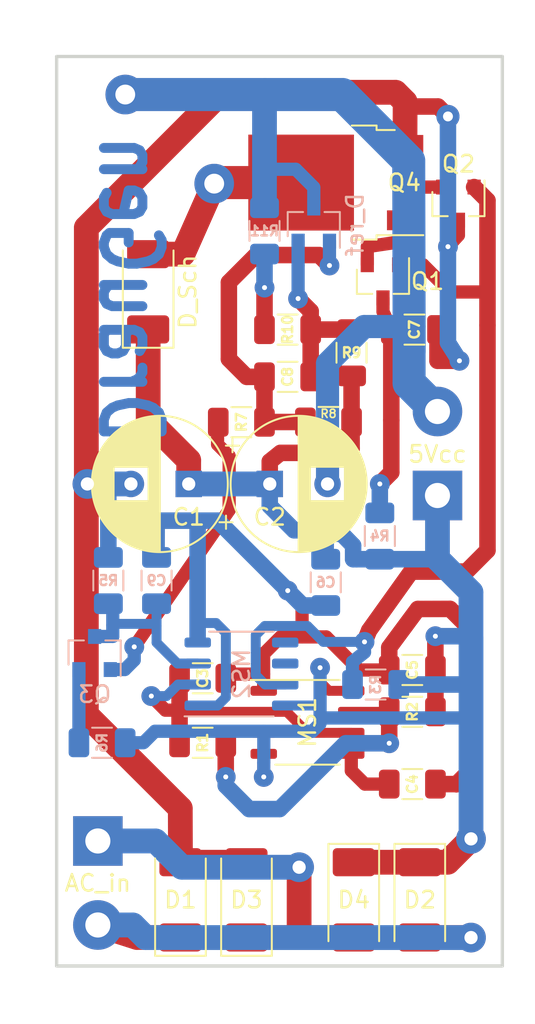
<source format=kicad_pcb>
(kicad_pcb (version 20171130) (host pcbnew "(5.0.1)-3")

  (general
    (thickness 1.6)
    (drawings 5)
    (tracks 254)
    (zones 0)
    (modules 35)
    (nets 22)
  )

  (page A4)
  (layers
    (0 F.Cu signal)
    (31 B.Cu signal)
    (44 Edge.Cuts user)
    (45 Margin user)
    (46 B.CrtYd user)
    (47 F.CrtYd user)
    (48 B.Fab user hide)
    (49 F.Fab user)
  )

  (setup
    (last_trace_width 1)
    (user_trace_width 0.6)
    (user_trace_width 0.8)
    (user_trace_width 1.4)
    (user_trace_width 1.5)
    (user_trace_width 2)
    (trace_clearance 0.3)
    (zone_clearance 0.508)
    (zone_45_only no)
    (trace_min 0.2)
    (segment_width 0.2)
    (edge_width 0.15)
    (via_size 1.2)
    (via_drill 0.8)
    (via_min_size 0.4)
    (via_min_drill 0.3)
    (user_via 1.2 0.3)
    (user_via 1.2 0.6)
    (user_via 1.4 0.3)
    (user_via 1.4 0.6)
    (user_via 1.8 1)
    (uvia_size 1.2)
    (uvia_drill 0.8)
    (uvias_allowed no)
    (uvia_min_size 0.2)
    (uvia_min_drill 0.1)
    (pcb_text_width 0.3)
    (pcb_text_size 1.5 1.5)
    (mod_edge_width 0.15)
    (mod_text_size 1 1)
    (mod_text_width 0.15)
    (pad_size 2.2 1.2)
    (pad_drill 0)
    (pad_to_mask_clearance 0.051)
    (solder_mask_min_width 0.25)
    (aux_axis_origin 0 0)
    (visible_elements 7FFFFFFF)
    (pcbplotparams
      (layerselection 0x01000_ffffffff)
      (usegerberextensions false)
      (usegerberattributes false)
      (usegerberadvancedattributes false)
      (creategerberjobfile false)
      (excludeedgelayer true)
      (linewidth 0.100000)
      (plotframeref false)
      (viasonmask false)
      (mode 1)
      (useauxorigin false)
      (hpglpennumber 1)
      (hpglpenspeed 20)
      (hpglpendiameter 15.000000)
      (psnegative false)
      (psa4output false)
      (plotreference true)
      (plotvalue true)
      (plotinvisibletext false)
      (padsonsilk false)
      (subtractmaskfromsilk false)
      (outputformat 1)
      (mirror false)
      (drillshape 0)
      (scaleselection 1)
      (outputdirectory ""))
  )

  (net 0 "")
  (net 1 "Net-(C1-Pad1)")
  (net 2 GND)
  (net 3 "Net-(C2-Pad2)")
  (net 4 "Net-(C3-Pad1)")
  (net 5 "Net-(C4-Pad1)")
  (net 6 "Net-(C7-Pad2)")
  (net 7 "Net-(C8-Pad1)")
  (net 8 "Net-(C8-Pad2)")
  (net 9 "Net-(C9-Pad1)")
  (net 10 "Net-(D1-Pad1)")
  (net 11 "Net-(D3-Pad1)")
  (net 12 "Net-(D5-Pad2)")
  (net 13 "Net-(Q1-Pad1)")
  (net 14 "Net-(Q1-Pad3)")
  (net 15 "Net-(Q3-Pad1)")
  (net 16 "Net-(Q3-Pad3)")
  (net 17 "Net-(R1-Pad1)")
  (net 18 "Net-(R10-Pad1)")
  (net 19 "Net-(U1-Pad3)")
  (net 20 "Net-(U2-Pad6)")
  (net 21 "Net-(U2-Pad5)")

  (net_class Default "This is the default net class."
    (clearance 0.3)
    (trace_width 1)
    (via_dia 1.2)
    (via_drill 0.8)
    (uvia_dia 1.2)
    (uvia_drill 0.8)
    (add_net GND)
    (add_net "Net-(C1-Pad1)")
    (add_net "Net-(C2-Pad2)")
    (add_net "Net-(C3-Pad1)")
    (add_net "Net-(C4-Pad1)")
    (add_net "Net-(C7-Pad2)")
    (add_net "Net-(C8-Pad1)")
    (add_net "Net-(C8-Pad2)")
    (add_net "Net-(C9-Pad1)")
    (add_net "Net-(D1-Pad1)")
    (add_net "Net-(D3-Pad1)")
    (add_net "Net-(D5-Pad2)")
    (add_net "Net-(Q1-Pad1)")
    (add_net "Net-(Q1-Pad3)")
    (add_net "Net-(Q3-Pad1)")
    (add_net "Net-(Q3-Pad3)")
    (add_net "Net-(R1-Pad1)")
    (add_net "Net-(R10-Pad1)")
    (add_net "Net-(U1-Pad3)")
    (add_net "Net-(U2-Pad5)")
    (add_net "Net-(U2-Pad6)")
  )

  (module TerminalBlock:TerminalBlock_bornier-2_P5.08mm (layer F.Cu) (tedit 5ED0A71B) (tstamp 5E82F55D)
    (at 183.0705 66.548 90)
    (descr "simple 2-pin terminal block, pitch 5.08mm, revamped version of bornier2")
    (tags "terminal block bornier2")
    (path /5E806ABA)
    (fp_text reference 5Vcc (at 2.5 0 180) (layer F.SilkS)
      (effects (font (size 1 1) (thickness 0.15)))
    )
    (fp_text value Screw_Terminal_01x02 (at 2.54 5.08 90) (layer F.Fab)
      (effects (font (size 1 1) (thickness 0.15)))
    )
    (fp_line (start 7.79 4) (end -2.71 4) (layer F.CrtYd) (width 0.05))
    (fp_line (start 7.79 4) (end 7.79 -4) (layer F.CrtYd) (width 0.05))
    (fp_line (start -2.71 -4) (end -2.71 4) (layer F.CrtYd) (width 0.05))
    (fp_line (start -2.71 -4) (end 7.79 -4) (layer F.CrtYd) (width 0.05))
    (fp_line (start 7.54 -3.75) (end -2.46 -3.75) (layer F.Fab) (width 0.1))
    (fp_line (start 7.54 3.75) (end 7.54 -3.75) (layer F.Fab) (width 0.1))
    (fp_line (start -2.46 3.75) (end 7.54 3.75) (layer F.Fab) (width 0.1))
    (fp_line (start -2.46 -3.75) (end -2.46 3.75) (layer F.Fab) (width 0.1))
    (fp_line (start -2.41 2.55) (end 7.49 2.55) (layer F.Fab) (width 0.1))
    (fp_text user %R (at 2.54 0 90) (layer F.Fab)
      (effects (font (size 1 1) (thickness 0.15)))
    )
    (pad 2 thru_hole circle (at 5.08 0 90) (size 3 3) (drill 1.52) (layers *.Cu *.Mask)
      (net 3 "Net-(C2-Pad2)"))
    (pad 1 thru_hole rect (at 0 0 90) (size 3 3) (drill 1.52) (layers *.Cu *.Mask)
      (net 1 "Net-(C1-Pad1)"))
    (model ${KISYS3DMOD}/TerminalBlock.3dshapes/TerminalBlock_bornier-2_P5.08mm.wrl
      (offset (xyz 2.539999961853027 0 0))
      (scale (xyz 1 1 1))
      (rotate (xyz 0 0 0))
    )
  )

  (module TerminalBlock:TerminalBlock_bornier-2_P5.08mm (layer F.Cu) (tedit 5ED0A809) (tstamp 5E82F548)
    (at 162.4965 87.4395 270)
    (descr "simple 2-pin terminal block, pitch 5.08mm, revamped version of bornier2")
    (tags "terminal block bornier2")
    (path /5E7E2015)
    (fp_text reference AC_in (at 2.55 0) (layer F.SilkS)
      (effects (font (size 1 1) (thickness 0.15)))
    )
    (fp_text value Screw_Terminal_01x02 (at 2.54 5.08 270) (layer F.Fab)
      (effects (font (size 1 1) (thickness 0.15)))
    )
    (fp_line (start 7.79 4) (end -2.71 4) (layer F.CrtYd) (width 0.05))
    (fp_line (start 7.79 4) (end 7.79 -4) (layer F.CrtYd) (width 0.05))
    (fp_line (start -2.71 -4) (end -2.71 4) (layer F.CrtYd) (width 0.05))
    (fp_line (start -2.71 -4) (end 7.79 -4) (layer F.CrtYd) (width 0.05))
    (fp_line (start 7.54 -3.75) (end -2.46 -3.75) (layer F.Fab) (width 0.1))
    (fp_line (start 7.54 3.75) (end 7.54 -3.75) (layer F.Fab) (width 0.1))
    (fp_line (start -2.46 3.75) (end 7.54 3.75) (layer F.Fab) (width 0.1))
    (fp_line (start -2.46 -3.75) (end -2.46 3.75) (layer F.Fab) (width 0.1))
    (fp_line (start -2.41 2.55) (end 7.49 2.55) (layer F.Fab) (width 0.1))
    (fp_text user %R (at 2.54 0 270) (layer F.Fab)
      (effects (font (size 1 1) (thickness 0.15)))
    )
    (pad 2 thru_hole circle (at 5.08 0 270) (size 3 3) (drill 1.52) (layers *.Cu *.Mask)
      (net 10 "Net-(D1-Pad1)"))
    (pad 1 thru_hole rect (at 0 0 270) (size 3 3) (drill 1.52) (layers *.Cu *.Mask)
      (net 11 "Net-(D3-Pad1)"))
    (model ${KISYS3DMOD}/TerminalBlock.3dshapes/TerminalBlock_bornier-2_P5.08mm.wrl
      (offset (xyz 2.539999961853027 0 0))
      (scale (xyz 1 1 1))
      (rotate (xyz 0 0 0))
    )
  )

  (module Inductor_THT:L_Axial_L20.3mm_D12.7mm_P7.62mm_Vertical_Vishay_IHA-201 (layer F.Cu) (tedit 5ED0AE3C) (tstamp 5E82F56B)
    (at 169.545 47.6885 135)
    (descr "Inductor, Axial series, Axial, Vertical, pin pitch=7.62mm, , length*diameter=20.32*12.7mm^2, Vishay, IHA-201, http://www.vishay.com/docs/34014/iha.pdf")
    (tags "Inductor Axial series Axial Vertical pin pitch 7.62mm  length 20.32mm diameter 12.7mm Vishay IHA-201")
    (path /5E7FF286)
    (fp_text reference L1 (at -1.68 -1.69 180) (layer B.SilkS) hide
      (effects (font (size 1 1) (thickness 0.15)) (justify mirror))
    )
    (fp_text value 340uH (at 3.81 7.47 135) (layer F.Fab)
      (effects (font (size 1 1) (thickness 0.15)))
    )
    (fp_text user %R (at 0 -1.700001 135) (layer F.Fab)
      (effects (font (size 1 1) (thickness 0.15)))
    )
    (fp_line (start 9.07 -6.6) (end -6.6 -6.6) (layer F.CrtYd) (width 0.05))
    (fp_line (start 9.07 6.6) (end 9.07 -6.6) (layer F.CrtYd) (width 0.05))
    (fp_line (start -6.6 6.6) (end 9.07 6.6) (layer F.CrtYd) (width 0.05))
    (fp_line (start -6.6 -6.6) (end -6.6 6.6) (layer F.CrtYd) (width 0.05))
    (fp_line (start 0 0) (end 7.62 0) (layer F.Fab) (width 0.1))
    (fp_circle (center 0 0) (end 6.35 0) (layer F.Fab) (width 0.1))
    (pad 2 thru_hole oval (at 7.62 0 135) (size 2.4 2.4) (drill 1.2) (layers *.Cu *.Mask)
      (net 3 "Net-(C2-Pad2)"))
    (pad 1 thru_hole circle (at 0 0 135) (size 2.4 2.4) (drill 1.2) (layers *.Cu *.Mask)
      (net 12 "Net-(D5-Pad2)"))
    (model ${KISYS3DMOD}/Inductor_THT.3dshapes/L_Axial_L20.3mm_D12.7mm_P7.62mm_Vertical_Vishay_IHA-201.wrl
      (at (xyz 0 0 0))
      (scale (xyz 1 1 1))
      (rotate (xyz 0 0 0))
    )
  )

  (module Package_SO:NE_555_3.9x4.9mm_P1.27mm_EP2.41x3.1mm (layer B.Cu) (tedit 5ED0B10A) (tstamp 5E82F6C3)
    (at 171.196 77.343)
    (descr "HSOP, 8 Pin (https://www.st.com/resource/en/datasheet/l5973d.pdf), generated with kicad-footprint-generator ipc_gullwing_generator.py")
    (tags "HSOP SO")
    (path /5E7E401C)
    (attr smd)
    (fp_text reference MS2 (at 0 0 90) (layer B.SilkS)
      (effects (font (size 1 1) (thickness 0.15)) (justify mirror))
    )
    (fp_text value LM311 (at 0 -3.4) (layer B.Fab)
      (effects (font (size 1 1) (thickness 0.15)) (justify mirror))
    )
    (fp_text user %R (at 0 0) (layer B.Fab)
      (effects (font (size 0.98 0.98) (thickness 0.15)) (justify mirror))
    )
    (fp_line (start 3.7 2.7) (end -3.7 2.7) (layer B.CrtYd) (width 0.05))
    (fp_line (start 3.7 -2.7) (end 3.7 2.7) (layer B.CrtYd) (width 0.05))
    (fp_line (start -3.7 -2.7) (end 3.7 -2.7) (layer B.CrtYd) (width 0.05))
    (fp_line (start -3.7 2.7) (end -3.7 -2.7) (layer B.CrtYd) (width 0.05))
    (fp_line (start -1.95 1.475) (end -0.975 2.45) (layer B.Fab) (width 0.1))
    (fp_line (start -1.95 -2.45) (end -1.95 1.475) (layer B.Fab) (width 0.1))
    (fp_line (start 1.95 -2.45) (end -1.95 -2.45) (layer B.Fab) (width 0.1))
    (fp_line (start 1.95 2.45) (end 1.95 -2.45) (layer B.Fab) (width 0.1))
    (fp_line (start -0.975 2.45) (end 1.95 2.45) (layer B.Fab) (width 0.1))
    (fp_line (start -1.95 -2.56) (end 1.95 -2.56) (layer B.SilkS) (width 0.12))
    (fp_line (start -3.45 2.56) (end 1.95 2.56) (layer B.SilkS) (width 0.12))
    (pad 8 smd roundrect (at 2.65 1.905) (size 1.6 0.6) (layers B.Cu B.Paste B.Mask) (roundrect_rratio 0.25)
      (net 1 "Net-(C1-Pad1)"))
    (pad 7 smd roundrect (at 2.65 0.635) (size 1.6 0.6) (layers B.Cu B.Paste B.Mask) (roundrect_rratio 0.25)
      (net 13 "Net-(Q1-Pad1)"))
    (pad 6 smd roundrect (at 2.65 -0.635) (size 1.6 0.6) (layers B.Cu B.Paste B.Mask) (roundrect_rratio 0.25)
      (net 20 "Net-(U2-Pad6)"))
    (pad 5 smd roundrect (at 2.65 -1.905) (size 1.6 0.6) (layers B.Cu B.Paste B.Mask) (roundrect_rratio 0.25)
      (net 21 "Net-(U2-Pad5)"))
    (pad 4 smd roundrect (at -2.65 -1.905) (size 1.6 0.6) (layers B.Cu B.Paste B.Mask) (roundrect_rratio 0.25)
      (net 2 GND))
    (pad 3 smd roundrect (at -2.65 -0.635) (size 1.6 0.6) (layers B.Cu B.Paste B.Mask) (roundrect_rratio 0.25)
      (net 9 "Net-(C9-Pad1)"))
    (pad 2 smd roundrect (at -2.65 0.635) (size 1.6 0.6) (layers B.Cu B.Paste B.Mask) (roundrect_rratio 0.25)
      (net 4 "Net-(C3-Pad1)"))
    (pad 1 smd roundrect (at -2.65 1.905) (size 1.6 0.6) (layers B.Cu B.Paste B.Mask) (roundrect_rratio 0.25)
      (net 2 GND))
    (model ${KISYS3DMOD}/Package_SO.3dshapes/HSOP-8-1EP_3.9x4.9mm_P1.27mm_EP2.41x3.1mm.wrl
      (at (xyz 0 0 0))
      (scale (xyz 1 1 1))
      (rotate (xyz 0 0 0))
    )
  )

  (module Package_SO:NE_555_3.9x4.9mm_P1.27mm_EP2.41x3.1mm (layer F.Cu) (tedit 5ED0A77B) (tstamp 5E82F6A6)
    (at 175.1965 80.264)
    (descr "HSOP, 8 Pin (https://www.st.com/resource/en/datasheet/l5973d.pdf), generated with kicad-footprint-generator ipc_gullwing_generator.py")
    (tags "HSOP SO")
    (path /5E7E2782)
    (attr smd)
    (fp_text reference MS1 (at 0 0 90) (layer F.SilkS)
      (effects (font (size 1 1) (thickness 0.15)))
    )
    (fp_text value NE555 (at 0 3.4) (layer F.Fab)
      (effects (font (size 1 1) (thickness 0.15)))
    )
    (fp_text user %R (at 0 0) (layer F.Fab)
      (effects (font (size 0.98 0.98) (thickness 0.15)))
    )
    (fp_line (start 3.7 -2.7) (end -3.7 -2.7) (layer F.CrtYd) (width 0.05))
    (fp_line (start 3.7 2.7) (end 3.7 -2.7) (layer F.CrtYd) (width 0.05))
    (fp_line (start -3.7 2.7) (end 3.7 2.7) (layer F.CrtYd) (width 0.05))
    (fp_line (start -3.7 -2.7) (end -3.7 2.7) (layer F.CrtYd) (width 0.05))
    (fp_line (start -1.95 -1.475) (end -0.975 -2.45) (layer F.Fab) (width 0.1))
    (fp_line (start -1.95 2.45) (end -1.95 -1.475) (layer F.Fab) (width 0.1))
    (fp_line (start 1.95 2.45) (end -1.95 2.45) (layer F.Fab) (width 0.1))
    (fp_line (start 1.95 -2.45) (end 1.95 2.45) (layer F.Fab) (width 0.1))
    (fp_line (start -0.975 -2.45) (end 1.95 -2.45) (layer F.Fab) (width 0.1))
    (fp_line (start -1.95 2.56) (end 1.95 2.56) (layer F.SilkS) (width 0.12))
    (fp_line (start -3.45 -2.56) (end 1.95 -2.56) (layer F.SilkS) (width 0.12))
    (pad 8 smd roundrect (at 2.65 -1.905) (size 1.6 0.6) (layers F.Cu F.Paste F.Mask) (roundrect_rratio 0.25)
      (net 1 "Net-(C1-Pad1)"))
    (pad 7 smd roundrect (at 2.65 -0.635) (size 1.6 0.6) (layers F.Cu F.Paste F.Mask) (roundrect_rratio 0.25)
      (net 17 "Net-(R1-Pad1)"))
    (pad 6 smd roundrect (at 2.65 0.635) (size 1.6 0.6) (layers F.Cu F.Paste F.Mask) (roundrect_rratio 0.25)
      (net 4 "Net-(C3-Pad1)"))
    (pad 5 smd roundrect (at 2.65 1.905) (size 1.6 0.6) (layers F.Cu F.Paste F.Mask) (roundrect_rratio 0.25)
      (net 5 "Net-(C4-Pad1)"))
    (pad 4 smd roundrect (at -2.65 1.905) (size 1.6 0.6) (layers F.Cu F.Paste F.Mask) (roundrect_rratio 0.25)
      (net 1 "Net-(C1-Pad1)"))
    (pad 3 smd roundrect (at -2.65 0.635) (size 1.6 0.6) (layers F.Cu F.Paste F.Mask) (roundrect_rratio 0.25)
      (net 19 "Net-(U1-Pad3)"))
    (pad 2 smd roundrect (at -2.65 -0.635) (size 1.6 0.6) (layers F.Cu F.Paste F.Mask) (roundrect_rratio 0.25)
      (net 4 "Net-(C3-Pad1)"))
    (pad 1 smd roundrect (at -2.65 -1.905) (size 1.6 0.6) (layers F.Cu F.Paste F.Mask) (roundrect_rratio 0.25)
      (net 2 GND))
    (model ${KISYS3DMOD}/Package_SO.3dshapes/HSOP-8-1EP_3.9x4.9mm_P1.27mm_EP2.41x3.1mm.wrl
      (at (xyz 0 0 0))
      (scale (xyz 1 1 1))
      (rotate (xyz 0 0 0))
    )
  )

  (module Capacitor_THT:CP_Radial_D8.0mm_P3.50mm (layer F.Cu) (tedit 5ED0AAA8) (tstamp 5E82F39F)
    (at 168 65.8495 180)
    (descr "CP, Radial series, Radial, pin pitch=3.50mm, , diameter=8mm, Electrolytic Capacitor")
    (tags "CP Radial series Radial pin pitch 3.50mm  diameter 8mm Electrolytic Capacitor")
    (path /5E7E2555)
    (fp_text reference C1 (at 0 -2 180) (layer F.SilkS)
      (effects (font (size 1 1) (thickness 0.15)))
    )
    (fp_text value 1000u (at 1.75 5.25 180) (layer F.Fab)
      (effects (font (size 1 1) (thickness 0.15)))
    )
    (fp_circle (center 1.75 0) (end 5.75 0) (layer F.Fab) (width 0.1))
    (fp_circle (center 1.75 0) (end 5.87 0) (layer F.SilkS) (width 0.12))
    (fp_circle (center 1.75 0) (end 6 0) (layer F.CrtYd) (width 0.05))
    (fp_line (start -1.676759 -1.7475) (end -0.876759 -1.7475) (layer F.Fab) (width 0.1))
    (fp_line (start -1.276759 -2.1475) (end -1.276759 -1.3475) (layer F.Fab) (width 0.1))
    (fp_line (start 1.75 -4.08) (end 1.75 4.08) (layer F.SilkS) (width 0.12))
    (fp_line (start 1.79 -4.08) (end 1.79 4.08) (layer F.SilkS) (width 0.12))
    (fp_line (start 1.83 -4.08) (end 1.83 4.08) (layer F.SilkS) (width 0.12))
    (fp_line (start 1.87 -4.079) (end 1.87 4.079) (layer F.SilkS) (width 0.12))
    (fp_line (start 1.91 -4.077) (end 1.91 4.077) (layer F.SilkS) (width 0.12))
    (fp_line (start 1.95 -4.076) (end 1.95 4.076) (layer F.SilkS) (width 0.12))
    (fp_line (start 1.99 -4.074) (end 1.99 4.074) (layer F.SilkS) (width 0.12))
    (fp_line (start 2.03 -4.071) (end 2.03 4.071) (layer F.SilkS) (width 0.12))
    (fp_line (start 2.07 -4.068) (end 2.07 4.068) (layer F.SilkS) (width 0.12))
    (fp_line (start 2.11 -4.065) (end 2.11 4.065) (layer F.SilkS) (width 0.12))
    (fp_line (start 2.15 -4.061) (end 2.15 4.061) (layer F.SilkS) (width 0.12))
    (fp_line (start 2.19 -4.057) (end 2.19 4.057) (layer F.SilkS) (width 0.12))
    (fp_line (start 2.23 -4.052) (end 2.23 4.052) (layer F.SilkS) (width 0.12))
    (fp_line (start 2.27 -4.048) (end 2.27 4.048) (layer F.SilkS) (width 0.12))
    (fp_line (start 2.31 -4.042) (end 2.31 4.042) (layer F.SilkS) (width 0.12))
    (fp_line (start 2.35 -4.037) (end 2.35 4.037) (layer F.SilkS) (width 0.12))
    (fp_line (start 2.39 -4.03) (end 2.39 4.03) (layer F.SilkS) (width 0.12))
    (fp_line (start 2.43 -4.024) (end 2.43 4.024) (layer F.SilkS) (width 0.12))
    (fp_line (start 2.471 -4.017) (end 2.471 -1.04) (layer F.SilkS) (width 0.12))
    (fp_line (start 2.471 1.04) (end 2.471 4.017) (layer F.SilkS) (width 0.12))
    (fp_line (start 2.511 -4.01) (end 2.511 -1.04) (layer F.SilkS) (width 0.12))
    (fp_line (start 2.511 1.04) (end 2.511 4.01) (layer F.SilkS) (width 0.12))
    (fp_line (start 2.551 -4.002) (end 2.551 -1.04) (layer F.SilkS) (width 0.12))
    (fp_line (start 2.551 1.04) (end 2.551 4.002) (layer F.SilkS) (width 0.12))
    (fp_line (start 2.591 -3.994) (end 2.591 -1.04) (layer F.SilkS) (width 0.12))
    (fp_line (start 2.591 1.04) (end 2.591 3.994) (layer F.SilkS) (width 0.12))
    (fp_line (start 2.631 -3.985) (end 2.631 -1.04) (layer F.SilkS) (width 0.12))
    (fp_line (start 2.631 1.04) (end 2.631 3.985) (layer F.SilkS) (width 0.12))
    (fp_line (start 2.671 -3.976) (end 2.671 -1.04) (layer F.SilkS) (width 0.12))
    (fp_line (start 2.671 1.04) (end 2.671 3.976) (layer F.SilkS) (width 0.12))
    (fp_line (start 2.711 -3.967) (end 2.711 -1.04) (layer F.SilkS) (width 0.12))
    (fp_line (start 2.711 1.04) (end 2.711 3.967) (layer F.SilkS) (width 0.12))
    (fp_line (start 2.751 -3.957) (end 2.751 -1.04) (layer F.SilkS) (width 0.12))
    (fp_line (start 2.751 1.04) (end 2.751 3.957) (layer F.SilkS) (width 0.12))
    (fp_line (start 2.791 -3.947) (end 2.791 -1.04) (layer F.SilkS) (width 0.12))
    (fp_line (start 2.791 1.04) (end 2.791 3.947) (layer F.SilkS) (width 0.12))
    (fp_line (start 2.831 -3.936) (end 2.831 -1.04) (layer F.SilkS) (width 0.12))
    (fp_line (start 2.831 1.04) (end 2.831 3.936) (layer F.SilkS) (width 0.12))
    (fp_line (start 2.871 -3.925) (end 2.871 -1.04) (layer F.SilkS) (width 0.12))
    (fp_line (start 2.871 1.04) (end 2.871 3.925) (layer F.SilkS) (width 0.12))
    (fp_line (start 2.911 -3.914) (end 2.911 -1.04) (layer F.SilkS) (width 0.12))
    (fp_line (start 2.911 1.04) (end 2.911 3.914) (layer F.SilkS) (width 0.12))
    (fp_line (start 2.951 -3.902) (end 2.951 -1.04) (layer F.SilkS) (width 0.12))
    (fp_line (start 2.951 1.04) (end 2.951 3.902) (layer F.SilkS) (width 0.12))
    (fp_line (start 2.991 -3.889) (end 2.991 -1.04) (layer F.SilkS) (width 0.12))
    (fp_line (start 2.991 1.04) (end 2.991 3.889) (layer F.SilkS) (width 0.12))
    (fp_line (start 3.031 -3.877) (end 3.031 -1.04) (layer F.SilkS) (width 0.12))
    (fp_line (start 3.031 1.04) (end 3.031 3.877) (layer F.SilkS) (width 0.12))
    (fp_line (start 3.071 -3.863) (end 3.071 -1.04) (layer F.SilkS) (width 0.12))
    (fp_line (start 3.071 1.04) (end 3.071 3.863) (layer F.SilkS) (width 0.12))
    (fp_line (start 3.111 -3.85) (end 3.111 -1.04) (layer F.SilkS) (width 0.12))
    (fp_line (start 3.111 1.04) (end 3.111 3.85) (layer F.SilkS) (width 0.12))
    (fp_line (start 3.151 -3.835) (end 3.151 -1.04) (layer F.SilkS) (width 0.12))
    (fp_line (start 3.151 1.04) (end 3.151 3.835) (layer F.SilkS) (width 0.12))
    (fp_line (start 3.191 -3.821) (end 3.191 -1.04) (layer F.SilkS) (width 0.12))
    (fp_line (start 3.191 1.04) (end 3.191 3.821) (layer F.SilkS) (width 0.12))
    (fp_line (start 3.231 -3.805) (end 3.231 -1.04) (layer F.SilkS) (width 0.12))
    (fp_line (start 3.231 1.04) (end 3.231 3.805) (layer F.SilkS) (width 0.12))
    (fp_line (start 3.271 -3.79) (end 3.271 -1.04) (layer F.SilkS) (width 0.12))
    (fp_line (start 3.271 1.04) (end 3.271 3.79) (layer F.SilkS) (width 0.12))
    (fp_line (start 3.311 -3.774) (end 3.311 -1.04) (layer F.SilkS) (width 0.12))
    (fp_line (start 3.311 1.04) (end 3.311 3.774) (layer F.SilkS) (width 0.12))
    (fp_line (start 3.351 -3.757) (end 3.351 -1.04) (layer F.SilkS) (width 0.12))
    (fp_line (start 3.351 1.04) (end 3.351 3.757) (layer F.SilkS) (width 0.12))
    (fp_line (start 3.391 -3.74) (end 3.391 -1.04) (layer F.SilkS) (width 0.12))
    (fp_line (start 3.391 1.04) (end 3.391 3.74) (layer F.SilkS) (width 0.12))
    (fp_line (start 3.431 -3.722) (end 3.431 -1.04) (layer F.SilkS) (width 0.12))
    (fp_line (start 3.431 1.04) (end 3.431 3.722) (layer F.SilkS) (width 0.12))
    (fp_line (start 3.471 -3.704) (end 3.471 -1.04) (layer F.SilkS) (width 0.12))
    (fp_line (start 3.471 1.04) (end 3.471 3.704) (layer F.SilkS) (width 0.12))
    (fp_line (start 3.511 -3.686) (end 3.511 -1.04) (layer F.SilkS) (width 0.12))
    (fp_line (start 3.511 1.04) (end 3.511 3.686) (layer F.SilkS) (width 0.12))
    (fp_line (start 3.551 -3.666) (end 3.551 -1.04) (layer F.SilkS) (width 0.12))
    (fp_line (start 3.551 1.04) (end 3.551 3.666) (layer F.SilkS) (width 0.12))
    (fp_line (start 3.591 -3.647) (end 3.591 -1.04) (layer F.SilkS) (width 0.12))
    (fp_line (start 3.591 1.04) (end 3.591 3.647) (layer F.SilkS) (width 0.12))
    (fp_line (start 3.631 -3.627) (end 3.631 -1.04) (layer F.SilkS) (width 0.12))
    (fp_line (start 3.631 1.04) (end 3.631 3.627) (layer F.SilkS) (width 0.12))
    (fp_line (start 3.671 -3.606) (end 3.671 -1.04) (layer F.SilkS) (width 0.12))
    (fp_line (start 3.671 1.04) (end 3.671 3.606) (layer F.SilkS) (width 0.12))
    (fp_line (start 3.711 -3.584) (end 3.711 -1.04) (layer F.SilkS) (width 0.12))
    (fp_line (start 3.711 1.04) (end 3.711 3.584) (layer F.SilkS) (width 0.12))
    (fp_line (start 3.751 -3.562) (end 3.751 -1.04) (layer F.SilkS) (width 0.12))
    (fp_line (start 3.751 1.04) (end 3.751 3.562) (layer F.SilkS) (width 0.12))
    (fp_line (start 3.791 -3.54) (end 3.791 -1.04) (layer F.SilkS) (width 0.12))
    (fp_line (start 3.791 1.04) (end 3.791 3.54) (layer F.SilkS) (width 0.12))
    (fp_line (start 3.831 -3.517) (end 3.831 -1.04) (layer F.SilkS) (width 0.12))
    (fp_line (start 3.831 1.04) (end 3.831 3.517) (layer F.SilkS) (width 0.12))
    (fp_line (start 3.871 -3.493) (end 3.871 -1.04) (layer F.SilkS) (width 0.12))
    (fp_line (start 3.871 1.04) (end 3.871 3.493) (layer F.SilkS) (width 0.12))
    (fp_line (start 3.911 -3.469) (end 3.911 -1.04) (layer F.SilkS) (width 0.12))
    (fp_line (start 3.911 1.04) (end 3.911 3.469) (layer F.SilkS) (width 0.12))
    (fp_line (start 3.951 -3.444) (end 3.951 -1.04) (layer F.SilkS) (width 0.12))
    (fp_line (start 3.951 1.04) (end 3.951 3.444) (layer F.SilkS) (width 0.12))
    (fp_line (start 3.991 -3.418) (end 3.991 -1.04) (layer F.SilkS) (width 0.12))
    (fp_line (start 3.991 1.04) (end 3.991 3.418) (layer F.SilkS) (width 0.12))
    (fp_line (start 4.031 -3.392) (end 4.031 -1.04) (layer F.SilkS) (width 0.12))
    (fp_line (start 4.031 1.04) (end 4.031 3.392) (layer F.SilkS) (width 0.12))
    (fp_line (start 4.071 -3.365) (end 4.071 -1.04) (layer F.SilkS) (width 0.12))
    (fp_line (start 4.071 1.04) (end 4.071 3.365) (layer F.SilkS) (width 0.12))
    (fp_line (start 4.111 -3.338) (end 4.111 -1.04) (layer F.SilkS) (width 0.12))
    (fp_line (start 4.111 1.04) (end 4.111 3.338) (layer F.SilkS) (width 0.12))
    (fp_line (start 4.151 -3.309) (end 4.151 -1.04) (layer F.SilkS) (width 0.12))
    (fp_line (start 4.151 1.04) (end 4.151 3.309) (layer F.SilkS) (width 0.12))
    (fp_line (start 4.191 -3.28) (end 4.191 -1.04) (layer F.SilkS) (width 0.12))
    (fp_line (start 4.191 1.04) (end 4.191 3.28) (layer F.SilkS) (width 0.12))
    (fp_line (start 4.231 -3.25) (end 4.231 -1.04) (layer F.SilkS) (width 0.12))
    (fp_line (start 4.231 1.04) (end 4.231 3.25) (layer F.SilkS) (width 0.12))
    (fp_line (start 4.271 -3.22) (end 4.271 -1.04) (layer F.SilkS) (width 0.12))
    (fp_line (start 4.271 1.04) (end 4.271 3.22) (layer F.SilkS) (width 0.12))
    (fp_line (start 4.311 -3.189) (end 4.311 -1.04) (layer F.SilkS) (width 0.12))
    (fp_line (start 4.311 1.04) (end 4.311 3.189) (layer F.SilkS) (width 0.12))
    (fp_line (start 4.351 -3.156) (end 4.351 -1.04) (layer F.SilkS) (width 0.12))
    (fp_line (start 4.351 1.04) (end 4.351 3.156) (layer F.SilkS) (width 0.12))
    (fp_line (start 4.391 -3.124) (end 4.391 -1.04) (layer F.SilkS) (width 0.12))
    (fp_line (start 4.391 1.04) (end 4.391 3.124) (layer F.SilkS) (width 0.12))
    (fp_line (start 4.431 -3.09) (end 4.431 -1.04) (layer F.SilkS) (width 0.12))
    (fp_line (start 4.431 1.04) (end 4.431 3.09) (layer F.SilkS) (width 0.12))
    (fp_line (start 4.471 -3.055) (end 4.471 -1.04) (layer F.SilkS) (width 0.12))
    (fp_line (start 4.471 1.04) (end 4.471 3.055) (layer F.SilkS) (width 0.12))
    (fp_line (start 4.511 -3.019) (end 4.511 -1.04) (layer F.SilkS) (width 0.12))
    (fp_line (start 4.511 1.04) (end 4.511 3.019) (layer F.SilkS) (width 0.12))
    (fp_line (start 4.551 -2.983) (end 4.551 2.983) (layer F.SilkS) (width 0.12))
    (fp_line (start 4.591 -2.945) (end 4.591 2.945) (layer F.SilkS) (width 0.12))
    (fp_line (start 4.631 -2.907) (end 4.631 2.907) (layer F.SilkS) (width 0.12))
    (fp_line (start 4.671 -2.867) (end 4.671 2.867) (layer F.SilkS) (width 0.12))
    (fp_line (start 4.711 -2.826) (end 4.711 2.826) (layer F.SilkS) (width 0.12))
    (fp_line (start 4.751 -2.784) (end 4.751 2.784) (layer F.SilkS) (width 0.12))
    (fp_line (start 4.791 -2.741) (end 4.791 2.741) (layer F.SilkS) (width 0.12))
    (fp_line (start 4.831 -2.697) (end 4.831 2.697) (layer F.SilkS) (width 0.12))
    (fp_line (start 4.871 -2.651) (end 4.871 2.651) (layer F.SilkS) (width 0.12))
    (fp_line (start 4.911 -2.604) (end 4.911 2.604) (layer F.SilkS) (width 0.12))
    (fp_line (start 4.951 -2.556) (end 4.951 2.556) (layer F.SilkS) (width 0.12))
    (fp_line (start 4.991 -2.505) (end 4.991 2.505) (layer F.SilkS) (width 0.12))
    (fp_line (start 5.031 -2.454) (end 5.031 2.454) (layer F.SilkS) (width 0.12))
    (fp_line (start 5.071 -2.4) (end 5.071 2.4) (layer F.SilkS) (width 0.12))
    (fp_line (start 5.111 -2.345) (end 5.111 2.345) (layer F.SilkS) (width 0.12))
    (fp_line (start 5.151 -2.287) (end 5.151 2.287) (layer F.SilkS) (width 0.12))
    (fp_line (start 5.191 -2.228) (end 5.191 2.228) (layer F.SilkS) (width 0.12))
    (fp_line (start 5.231 -2.166) (end 5.231 2.166) (layer F.SilkS) (width 0.12))
    (fp_line (start 5.271 -2.102) (end 5.271 2.102) (layer F.SilkS) (width 0.12))
    (fp_line (start 5.311 -2.034) (end 5.311 2.034) (layer F.SilkS) (width 0.12))
    (fp_line (start 5.351 -1.964) (end 5.351 1.964) (layer F.SilkS) (width 0.12))
    (fp_line (start 5.391 -1.89) (end 5.391 1.89) (layer F.SilkS) (width 0.12))
    (fp_line (start 5.431 -1.813) (end 5.431 1.813) (layer F.SilkS) (width 0.12))
    (fp_line (start 5.471 -1.731) (end 5.471 1.731) (layer F.SilkS) (width 0.12))
    (fp_line (start 5.511 -1.645) (end 5.511 1.645) (layer F.SilkS) (width 0.12))
    (fp_line (start 5.551 -1.552) (end 5.551 1.552) (layer F.SilkS) (width 0.12))
    (fp_line (start 5.591 -1.453) (end 5.591 1.453) (layer F.SilkS) (width 0.12))
    (fp_line (start 5.631 -1.346) (end 5.631 1.346) (layer F.SilkS) (width 0.12))
    (fp_line (start 5.671 -1.229) (end 5.671 1.229) (layer F.SilkS) (width 0.12))
    (fp_line (start 5.711 -1.098) (end 5.711 1.098) (layer F.SilkS) (width 0.12))
    (fp_line (start 5.751 -0.948) (end 5.751 0.948) (layer F.SilkS) (width 0.12))
    (fp_line (start 5.791 -0.768) (end 5.791 0.768) (layer F.SilkS) (width 0.12))
    (fp_line (start 5.831 -0.533) (end 5.831 0.533) (layer F.SilkS) (width 0.12))
    (fp_line (start -2.659698 -2.315) (end -1.859698 -2.315) (layer F.SilkS) (width 0.12))
    (fp_line (start -2.259698 -2.715) (end -2.259698 -1.915) (layer F.SilkS) (width 0.12))
    (fp_text user %R (at 1.75 0 180) (layer F.Fab)
      (effects (font (size 1 1) (thickness 0.15)))
    )
    (pad 1 thru_hole rect (at 0 0 180) (size 1.6 1.6) (drill 0.8) (layers *.Cu *.Mask)
      (net 1 "Net-(C1-Pad1)"))
    (pad 2 thru_hole circle (at 3.5 0 180) (size 1.6 1.6) (drill 0.8) (layers *.Cu *.Mask)
      (net 2 GND))
    (model ${KISYS3DMOD}/Capacitor_THT.3dshapes/CP_Radial_D8.0mm_P3.50mm.wrl
      (at (xyz 0 0 0))
      (scale (xyz 1 1 1))
      (rotate (xyz 0 0 0))
    )
  )

  (module Capacitor_THT:CP_Radial_D8.0mm_P3.50mm (layer F.Cu) (tedit 5ED0AA9C) (tstamp 5E82F448)
    (at 172.9105 65.8495)
    (descr "CP, Radial series, Radial, pin pitch=3.50mm, , diameter=8mm, Electrolytic Capacitor")
    (tags "CP Radial series Radial pin pitch 3.50mm  diameter 8mm Electrolytic Capacitor")
    (path /5E7FEFD2)
    (fp_text reference C2 (at 0 2) (layer F.SilkS)
      (effects (font (size 1 1) (thickness 0.15)))
    )
    (fp_text value 1000u (at 1.75 5.25) (layer F.Fab)
      (effects (font (size 1 1) (thickness 0.15)))
    )
    (fp_text user %R (at 1.75 0) (layer F.Fab)
      (effects (font (size 1 1) (thickness 0.15)))
    )
    (fp_line (start -2.259698 -2.715) (end -2.259698 -1.915) (layer F.SilkS) (width 0.12))
    (fp_line (start -2.659698 -2.315) (end -1.859698 -2.315) (layer F.SilkS) (width 0.12))
    (fp_line (start 5.831 -0.533) (end 5.831 0.533) (layer F.SilkS) (width 0.12))
    (fp_line (start 5.791 -0.768) (end 5.791 0.768) (layer F.SilkS) (width 0.12))
    (fp_line (start 5.751 -0.948) (end 5.751 0.948) (layer F.SilkS) (width 0.12))
    (fp_line (start 5.711 -1.098) (end 5.711 1.098) (layer F.SilkS) (width 0.12))
    (fp_line (start 5.671 -1.229) (end 5.671 1.229) (layer F.SilkS) (width 0.12))
    (fp_line (start 5.631 -1.346) (end 5.631 1.346) (layer F.SilkS) (width 0.12))
    (fp_line (start 5.591 -1.453) (end 5.591 1.453) (layer F.SilkS) (width 0.12))
    (fp_line (start 5.551 -1.552) (end 5.551 1.552) (layer F.SilkS) (width 0.12))
    (fp_line (start 5.511 -1.645) (end 5.511 1.645) (layer F.SilkS) (width 0.12))
    (fp_line (start 5.471 -1.731) (end 5.471 1.731) (layer F.SilkS) (width 0.12))
    (fp_line (start 5.431 -1.813) (end 5.431 1.813) (layer F.SilkS) (width 0.12))
    (fp_line (start 5.391 -1.89) (end 5.391 1.89) (layer F.SilkS) (width 0.12))
    (fp_line (start 5.351 -1.964) (end 5.351 1.964) (layer F.SilkS) (width 0.12))
    (fp_line (start 5.311 -2.034) (end 5.311 2.034) (layer F.SilkS) (width 0.12))
    (fp_line (start 5.271 -2.102) (end 5.271 2.102) (layer F.SilkS) (width 0.12))
    (fp_line (start 5.231 -2.166) (end 5.231 2.166) (layer F.SilkS) (width 0.12))
    (fp_line (start 5.191 -2.228) (end 5.191 2.228) (layer F.SilkS) (width 0.12))
    (fp_line (start 5.151 -2.287) (end 5.151 2.287) (layer F.SilkS) (width 0.12))
    (fp_line (start 5.111 -2.345) (end 5.111 2.345) (layer F.SilkS) (width 0.12))
    (fp_line (start 5.071 -2.4) (end 5.071 2.4) (layer F.SilkS) (width 0.12))
    (fp_line (start 5.031 -2.454) (end 5.031 2.454) (layer F.SilkS) (width 0.12))
    (fp_line (start 4.991 -2.505) (end 4.991 2.505) (layer F.SilkS) (width 0.12))
    (fp_line (start 4.951 -2.556) (end 4.951 2.556) (layer F.SilkS) (width 0.12))
    (fp_line (start 4.911 -2.604) (end 4.911 2.604) (layer F.SilkS) (width 0.12))
    (fp_line (start 4.871 -2.651) (end 4.871 2.651) (layer F.SilkS) (width 0.12))
    (fp_line (start 4.831 -2.697) (end 4.831 2.697) (layer F.SilkS) (width 0.12))
    (fp_line (start 4.791 -2.741) (end 4.791 2.741) (layer F.SilkS) (width 0.12))
    (fp_line (start 4.751 -2.784) (end 4.751 2.784) (layer F.SilkS) (width 0.12))
    (fp_line (start 4.711 -2.826) (end 4.711 2.826) (layer F.SilkS) (width 0.12))
    (fp_line (start 4.671 -2.867) (end 4.671 2.867) (layer F.SilkS) (width 0.12))
    (fp_line (start 4.631 -2.907) (end 4.631 2.907) (layer F.SilkS) (width 0.12))
    (fp_line (start 4.591 -2.945) (end 4.591 2.945) (layer F.SilkS) (width 0.12))
    (fp_line (start 4.551 -2.983) (end 4.551 2.983) (layer F.SilkS) (width 0.12))
    (fp_line (start 4.511 1.04) (end 4.511 3.019) (layer F.SilkS) (width 0.12))
    (fp_line (start 4.511 -3.019) (end 4.511 -1.04) (layer F.SilkS) (width 0.12))
    (fp_line (start 4.471 1.04) (end 4.471 3.055) (layer F.SilkS) (width 0.12))
    (fp_line (start 4.471 -3.055) (end 4.471 -1.04) (layer F.SilkS) (width 0.12))
    (fp_line (start 4.431 1.04) (end 4.431 3.09) (layer F.SilkS) (width 0.12))
    (fp_line (start 4.431 -3.09) (end 4.431 -1.04) (layer F.SilkS) (width 0.12))
    (fp_line (start 4.391 1.04) (end 4.391 3.124) (layer F.SilkS) (width 0.12))
    (fp_line (start 4.391 -3.124) (end 4.391 -1.04) (layer F.SilkS) (width 0.12))
    (fp_line (start 4.351 1.04) (end 4.351 3.156) (layer F.SilkS) (width 0.12))
    (fp_line (start 4.351 -3.156) (end 4.351 -1.04) (layer F.SilkS) (width 0.12))
    (fp_line (start 4.311 1.04) (end 4.311 3.189) (layer F.SilkS) (width 0.12))
    (fp_line (start 4.311 -3.189) (end 4.311 -1.04) (layer F.SilkS) (width 0.12))
    (fp_line (start 4.271 1.04) (end 4.271 3.22) (layer F.SilkS) (width 0.12))
    (fp_line (start 4.271 -3.22) (end 4.271 -1.04) (layer F.SilkS) (width 0.12))
    (fp_line (start 4.231 1.04) (end 4.231 3.25) (layer F.SilkS) (width 0.12))
    (fp_line (start 4.231 -3.25) (end 4.231 -1.04) (layer F.SilkS) (width 0.12))
    (fp_line (start 4.191 1.04) (end 4.191 3.28) (layer F.SilkS) (width 0.12))
    (fp_line (start 4.191 -3.28) (end 4.191 -1.04) (layer F.SilkS) (width 0.12))
    (fp_line (start 4.151 1.04) (end 4.151 3.309) (layer F.SilkS) (width 0.12))
    (fp_line (start 4.151 -3.309) (end 4.151 -1.04) (layer F.SilkS) (width 0.12))
    (fp_line (start 4.111 1.04) (end 4.111 3.338) (layer F.SilkS) (width 0.12))
    (fp_line (start 4.111 -3.338) (end 4.111 -1.04) (layer F.SilkS) (width 0.12))
    (fp_line (start 4.071 1.04) (end 4.071 3.365) (layer F.SilkS) (width 0.12))
    (fp_line (start 4.071 -3.365) (end 4.071 -1.04) (layer F.SilkS) (width 0.12))
    (fp_line (start 4.031 1.04) (end 4.031 3.392) (layer F.SilkS) (width 0.12))
    (fp_line (start 4.031 -3.392) (end 4.031 -1.04) (layer F.SilkS) (width 0.12))
    (fp_line (start 3.991 1.04) (end 3.991 3.418) (layer F.SilkS) (width 0.12))
    (fp_line (start 3.991 -3.418) (end 3.991 -1.04) (layer F.SilkS) (width 0.12))
    (fp_line (start 3.951 1.04) (end 3.951 3.444) (layer F.SilkS) (width 0.12))
    (fp_line (start 3.951 -3.444) (end 3.951 -1.04) (layer F.SilkS) (width 0.12))
    (fp_line (start 3.911 1.04) (end 3.911 3.469) (layer F.SilkS) (width 0.12))
    (fp_line (start 3.911 -3.469) (end 3.911 -1.04) (layer F.SilkS) (width 0.12))
    (fp_line (start 3.871 1.04) (end 3.871 3.493) (layer F.SilkS) (width 0.12))
    (fp_line (start 3.871 -3.493) (end 3.871 -1.04) (layer F.SilkS) (width 0.12))
    (fp_line (start 3.831 1.04) (end 3.831 3.517) (layer F.SilkS) (width 0.12))
    (fp_line (start 3.831 -3.517) (end 3.831 -1.04) (layer F.SilkS) (width 0.12))
    (fp_line (start 3.791 1.04) (end 3.791 3.54) (layer F.SilkS) (width 0.12))
    (fp_line (start 3.791 -3.54) (end 3.791 -1.04) (layer F.SilkS) (width 0.12))
    (fp_line (start 3.751 1.04) (end 3.751 3.562) (layer F.SilkS) (width 0.12))
    (fp_line (start 3.751 -3.562) (end 3.751 -1.04) (layer F.SilkS) (width 0.12))
    (fp_line (start 3.711 1.04) (end 3.711 3.584) (layer F.SilkS) (width 0.12))
    (fp_line (start 3.711 -3.584) (end 3.711 -1.04) (layer F.SilkS) (width 0.12))
    (fp_line (start 3.671 1.04) (end 3.671 3.606) (layer F.SilkS) (width 0.12))
    (fp_line (start 3.671 -3.606) (end 3.671 -1.04) (layer F.SilkS) (width 0.12))
    (fp_line (start 3.631 1.04) (end 3.631 3.627) (layer F.SilkS) (width 0.12))
    (fp_line (start 3.631 -3.627) (end 3.631 -1.04) (layer F.SilkS) (width 0.12))
    (fp_line (start 3.591 1.04) (end 3.591 3.647) (layer F.SilkS) (width 0.12))
    (fp_line (start 3.591 -3.647) (end 3.591 -1.04) (layer F.SilkS) (width 0.12))
    (fp_line (start 3.551 1.04) (end 3.551 3.666) (layer F.SilkS) (width 0.12))
    (fp_line (start 3.551 -3.666) (end 3.551 -1.04) (layer F.SilkS) (width 0.12))
    (fp_line (start 3.511 1.04) (end 3.511 3.686) (layer F.SilkS) (width 0.12))
    (fp_line (start 3.511 -3.686) (end 3.511 -1.04) (layer F.SilkS) (width 0.12))
    (fp_line (start 3.471 1.04) (end 3.471 3.704) (layer F.SilkS) (width 0.12))
    (fp_line (start 3.471 -3.704) (end 3.471 -1.04) (layer F.SilkS) (width 0.12))
    (fp_line (start 3.431 1.04) (end 3.431 3.722) (layer F.SilkS) (width 0.12))
    (fp_line (start 3.431 -3.722) (end 3.431 -1.04) (layer F.SilkS) (width 0.12))
    (fp_line (start 3.391 1.04) (end 3.391 3.74) (layer F.SilkS) (width 0.12))
    (fp_line (start 3.391 -3.74) (end 3.391 -1.04) (layer F.SilkS) (width 0.12))
    (fp_line (start 3.351 1.04) (end 3.351 3.757) (layer F.SilkS) (width 0.12))
    (fp_line (start 3.351 -3.757) (end 3.351 -1.04) (layer F.SilkS) (width 0.12))
    (fp_line (start 3.311 1.04) (end 3.311 3.774) (layer F.SilkS) (width 0.12))
    (fp_line (start 3.311 -3.774) (end 3.311 -1.04) (layer F.SilkS) (width 0.12))
    (fp_line (start 3.271 1.04) (end 3.271 3.79) (layer F.SilkS) (width 0.12))
    (fp_line (start 3.271 -3.79) (end 3.271 -1.04) (layer F.SilkS) (width 0.12))
    (fp_line (start 3.231 1.04) (end 3.231 3.805) (layer F.SilkS) (width 0.12))
    (fp_line (start 3.231 -3.805) (end 3.231 -1.04) (layer F.SilkS) (width 0.12))
    (fp_line (start 3.191 1.04) (end 3.191 3.821) (layer F.SilkS) (width 0.12))
    (fp_line (start 3.191 -3.821) (end 3.191 -1.04) (layer F.SilkS) (width 0.12))
    (fp_line (start 3.151 1.04) (end 3.151 3.835) (layer F.SilkS) (width 0.12))
    (fp_line (start 3.151 -3.835) (end 3.151 -1.04) (layer F.SilkS) (width 0.12))
    (fp_line (start 3.111 1.04) (end 3.111 3.85) (layer F.SilkS) (width 0.12))
    (fp_line (start 3.111 -3.85) (end 3.111 -1.04) (layer F.SilkS) (width 0.12))
    (fp_line (start 3.071 1.04) (end 3.071 3.863) (layer F.SilkS) (width 0.12))
    (fp_line (start 3.071 -3.863) (end 3.071 -1.04) (layer F.SilkS) (width 0.12))
    (fp_line (start 3.031 1.04) (end 3.031 3.877) (layer F.SilkS) (width 0.12))
    (fp_line (start 3.031 -3.877) (end 3.031 -1.04) (layer F.SilkS) (width 0.12))
    (fp_line (start 2.991 1.04) (end 2.991 3.889) (layer F.SilkS) (width 0.12))
    (fp_line (start 2.991 -3.889) (end 2.991 -1.04) (layer F.SilkS) (width 0.12))
    (fp_line (start 2.951 1.04) (end 2.951 3.902) (layer F.SilkS) (width 0.12))
    (fp_line (start 2.951 -3.902) (end 2.951 -1.04) (layer F.SilkS) (width 0.12))
    (fp_line (start 2.911 1.04) (end 2.911 3.914) (layer F.SilkS) (width 0.12))
    (fp_line (start 2.911 -3.914) (end 2.911 -1.04) (layer F.SilkS) (width 0.12))
    (fp_line (start 2.871 1.04) (end 2.871 3.925) (layer F.SilkS) (width 0.12))
    (fp_line (start 2.871 -3.925) (end 2.871 -1.04) (layer F.SilkS) (width 0.12))
    (fp_line (start 2.831 1.04) (end 2.831 3.936) (layer F.SilkS) (width 0.12))
    (fp_line (start 2.831 -3.936) (end 2.831 -1.04) (layer F.SilkS) (width 0.12))
    (fp_line (start 2.791 1.04) (end 2.791 3.947) (layer F.SilkS) (width 0.12))
    (fp_line (start 2.791 -3.947) (end 2.791 -1.04) (layer F.SilkS) (width 0.12))
    (fp_line (start 2.751 1.04) (end 2.751 3.957) (layer F.SilkS) (width 0.12))
    (fp_line (start 2.751 -3.957) (end 2.751 -1.04) (layer F.SilkS) (width 0.12))
    (fp_line (start 2.711 1.04) (end 2.711 3.967) (layer F.SilkS) (width 0.12))
    (fp_line (start 2.711 -3.967) (end 2.711 -1.04) (layer F.SilkS) (width 0.12))
    (fp_line (start 2.671 1.04) (end 2.671 3.976) (layer F.SilkS) (width 0.12))
    (fp_line (start 2.671 -3.976) (end 2.671 -1.04) (layer F.SilkS) (width 0.12))
    (fp_line (start 2.631 1.04) (end 2.631 3.985) (layer F.SilkS) (width 0.12))
    (fp_line (start 2.631 -3.985) (end 2.631 -1.04) (layer F.SilkS) (width 0.12))
    (fp_line (start 2.591 1.04) (end 2.591 3.994) (layer F.SilkS) (width 0.12))
    (fp_line (start 2.591 -3.994) (end 2.591 -1.04) (layer F.SilkS) (width 0.12))
    (fp_line (start 2.551 1.04) (end 2.551 4.002) (layer F.SilkS) (width 0.12))
    (fp_line (start 2.551 -4.002) (end 2.551 -1.04) (layer F.SilkS) (width 0.12))
    (fp_line (start 2.511 1.04) (end 2.511 4.01) (layer F.SilkS) (width 0.12))
    (fp_line (start 2.511 -4.01) (end 2.511 -1.04) (layer F.SilkS) (width 0.12))
    (fp_line (start 2.471 1.04) (end 2.471 4.017) (layer F.SilkS) (width 0.12))
    (fp_line (start 2.471 -4.017) (end 2.471 -1.04) (layer F.SilkS) (width 0.12))
    (fp_line (start 2.43 -4.024) (end 2.43 4.024) (layer F.SilkS) (width 0.12))
    (fp_line (start 2.39 -4.03) (end 2.39 4.03) (layer F.SilkS) (width 0.12))
    (fp_line (start 2.35 -4.037) (end 2.35 4.037) (layer F.SilkS) (width 0.12))
    (fp_line (start 2.31 -4.042) (end 2.31 4.042) (layer F.SilkS) (width 0.12))
    (fp_line (start 2.27 -4.048) (end 2.27 4.048) (layer F.SilkS) (width 0.12))
    (fp_line (start 2.23 -4.052) (end 2.23 4.052) (layer F.SilkS) (width 0.12))
    (fp_line (start 2.19 -4.057) (end 2.19 4.057) (layer F.SilkS) (width 0.12))
    (fp_line (start 2.15 -4.061) (end 2.15 4.061) (layer F.SilkS) (width 0.12))
    (fp_line (start 2.11 -4.065) (end 2.11 4.065) (layer F.SilkS) (width 0.12))
    (fp_line (start 2.07 -4.068) (end 2.07 4.068) (layer F.SilkS) (width 0.12))
    (fp_line (start 2.03 -4.071) (end 2.03 4.071) (layer F.SilkS) (width 0.12))
    (fp_line (start 1.99 -4.074) (end 1.99 4.074) (layer F.SilkS) (width 0.12))
    (fp_line (start 1.95 -4.076) (end 1.95 4.076) (layer F.SilkS) (width 0.12))
    (fp_line (start 1.91 -4.077) (end 1.91 4.077) (layer F.SilkS) (width 0.12))
    (fp_line (start 1.87 -4.079) (end 1.87 4.079) (layer F.SilkS) (width 0.12))
    (fp_line (start 1.83 -4.08) (end 1.83 4.08) (layer F.SilkS) (width 0.12))
    (fp_line (start 1.79 -4.08) (end 1.79 4.08) (layer F.SilkS) (width 0.12))
    (fp_line (start 1.75 -4.08) (end 1.75 4.08) (layer F.SilkS) (width 0.12))
    (fp_line (start -1.276759 -2.1475) (end -1.276759 -1.3475) (layer F.Fab) (width 0.1))
    (fp_line (start -1.676759 -1.7475) (end -0.876759 -1.7475) (layer F.Fab) (width 0.1))
    (fp_circle (center 1.75 0) (end 6 0) (layer F.CrtYd) (width 0.05))
    (fp_circle (center 1.75 0) (end 5.87 0) (layer F.SilkS) (width 0.12))
    (fp_circle (center 1.75 0) (end 5.75 0) (layer F.Fab) (width 0.1))
    (pad 2 thru_hole circle (at 3.5 0) (size 1.6 1.6) (drill 0.8) (layers *.Cu *.Mask)
      (net 3 "Net-(C2-Pad2)"))
    (pad 1 thru_hole rect (at 0 0) (size 1.6 1.6) (drill 0.8) (layers *.Cu *.Mask)
      (net 1 "Net-(C1-Pad1)"))
    (model ${KISYS3DMOD}/Capacitor_THT.3dshapes/CP_Radial_D8.0mm_P3.50mm.wrl
      (at (xyz 0 0 0))
      (scale (xyz 1 1 1))
      (rotate (xyz 0 0 0))
    )
  )

  (module Capacitor_SMD:C_1206_3216Metric (layer F.Cu) (tedit 5ED0A799) (tstamp 5E82F459)
    (at 168.8465 77.6)
    (descr "Capacitor SMD 1206 (3216 Metric), square (rectangular) end terminal, IPC_7351 nominal, (Body size source: http://www.tortai-tech.com/upload/download/2011102023233369053.pdf), generated with kicad-footprint-generator")
    (tags capacitor)
    (path /5E7E2660)
    (attr smd)
    (fp_text reference C3 (at 0 0 90) (layer F.SilkS)
      (effects (font (size 0.6 0.6) (thickness 0.15)))
    )
    (fp_text value 470p (at 0 1.82) (layer F.Fab)
      (effects (font (size 1 1) (thickness 0.15)))
    )
    (fp_text user %R (at 0 0) (layer F.Fab)
      (effects (font (size 0.8 0.8) (thickness 0.12)))
    )
    (fp_line (start 2.28 1.12) (end -2.28 1.12) (layer F.CrtYd) (width 0.05))
    (fp_line (start 2.28 -1.12) (end 2.28 1.12) (layer F.CrtYd) (width 0.05))
    (fp_line (start -2.28 -1.12) (end 2.28 -1.12) (layer F.CrtYd) (width 0.05))
    (fp_line (start -2.28 1.12) (end -2.28 -1.12) (layer F.CrtYd) (width 0.05))
    (fp_line (start -0.602064 0.91) (end 0.602064 0.91) (layer F.SilkS) (width 0.12))
    (fp_line (start -0.602064 -0.91) (end 0.602064 -0.91) (layer F.SilkS) (width 0.12))
    (fp_line (start 1.6 0.8) (end -1.6 0.8) (layer F.Fab) (width 0.1))
    (fp_line (start 1.6 -0.8) (end 1.6 0.8) (layer F.Fab) (width 0.1))
    (fp_line (start -1.6 -0.8) (end 1.6 -0.8) (layer F.Fab) (width 0.1))
    (fp_line (start -1.6 0.8) (end -1.6 -0.8) (layer F.Fab) (width 0.1))
    (pad 2 smd roundrect (at 1.4 0) (size 1.25 1.75) (layers F.Cu F.Paste F.Mask) (roundrect_rratio 0.2)
      (net 2 GND))
    (pad 1 smd roundrect (at -1.4 0) (size 1.25 1.75) (layers F.Cu F.Paste F.Mask) (roundrect_rratio 0.2)
      (net 4 "Net-(C3-Pad1)"))
    (model ${KISYS3DMOD}/Capacitor_SMD.3dshapes/C_1206_3216Metric.wrl
      (at (xyz 0 0 0))
      (scale (xyz 1 1 1))
      (rotate (xyz 0 0 0))
    )
  )

  (module Capacitor_SMD:C_1206_3216Metric (layer F.Cu) (tedit 5ED0A770) (tstamp 5E82F46A)
    (at 181.5465 84)
    (descr "Capacitor SMD 1206 (3216 Metric), square (rectangular) end terminal, IPC_7351 nominal, (Body size source: http://www.tortai-tech.com/upload/download/2011102023233369053.pdf), generated with kicad-footprint-generator")
    (tags capacitor)
    (path /5E7E2722)
    (attr smd)
    (fp_text reference C4 (at 0 0 90) (layer F.SilkS)
      (effects (font (size 0.6 0.6) (thickness 0.15)))
    )
    (fp_text value 0.1u (at 0 1.82) (layer F.Fab)
      (effects (font (size 1 1) (thickness 0.15)))
    )
    (fp_line (start -1.6 0.8) (end -1.6 -0.8) (layer F.Fab) (width 0.1))
    (fp_line (start -1.6 -0.8) (end 1.6 -0.8) (layer F.Fab) (width 0.1))
    (fp_line (start 1.6 -0.8) (end 1.6 0.8) (layer F.Fab) (width 0.1))
    (fp_line (start 1.6 0.8) (end -1.6 0.8) (layer F.Fab) (width 0.1))
    (fp_line (start -0.602064 -0.91) (end 0.602064 -0.91) (layer F.SilkS) (width 0.12))
    (fp_line (start -0.602064 0.91) (end 0.602064 0.91) (layer F.SilkS) (width 0.12))
    (fp_line (start -2.28 1.12) (end -2.28 -1.12) (layer F.CrtYd) (width 0.05))
    (fp_line (start -2.28 -1.12) (end 2.28 -1.12) (layer F.CrtYd) (width 0.05))
    (fp_line (start 2.28 -1.12) (end 2.28 1.12) (layer F.CrtYd) (width 0.05))
    (fp_line (start 2.28 1.12) (end -2.28 1.12) (layer F.CrtYd) (width 0.05))
    (fp_text user %R (at 0 0) (layer F.Fab)
      (effects (font (size 0.8 0.8) (thickness 0.12)))
    )
    (pad 1 smd roundrect (at -1.4 0) (size 1.25 1.75) (layers F.Cu F.Paste F.Mask) (roundrect_rratio 0.2)
      (net 5 "Net-(C4-Pad1)"))
    (pad 2 smd roundrect (at 1.4 0) (size 1.25 1.75) (layers F.Cu F.Paste F.Mask) (roundrect_rratio 0.2)
      (net 2 GND))
    (model ${KISYS3DMOD}/Capacitor_SMD.3dshapes/C_1206_3216Metric.wrl
      (at (xyz 0 0 0))
      (scale (xyz 1 1 1))
      (rotate (xyz 0 0 0))
    )
  )

  (module Capacitor_SMD:C_1206_3216Metric (layer F.Cu) (tedit 5ED0A7A0) (tstamp 5E82F47B)
    (at 181.5465 77.1)
    (descr "Capacitor SMD 1206 (3216 Metric), square (rectangular) end terminal, IPC_7351 nominal, (Body size source: http://www.tortai-tech.com/upload/download/2011102023233369053.pdf), generated with kicad-footprint-generator")
    (tags capacitor)
    (path /5E7E3A1C)
    (attr smd)
    (fp_text reference C5 (at 0 0 90) (layer F.SilkS)
      (effects (font (size 0.6 0.6) (thickness 0.15)))
    )
    (fp_text value 0.1u (at 0 1.82) (layer F.Fab)
      (effects (font (size 1 1) (thickness 0.15)))
    )
    (fp_line (start -1.6 0.8) (end -1.6 -0.8) (layer F.Fab) (width 0.1))
    (fp_line (start -1.6 -0.8) (end 1.6 -0.8) (layer F.Fab) (width 0.1))
    (fp_line (start 1.6 -0.8) (end 1.6 0.8) (layer F.Fab) (width 0.1))
    (fp_line (start 1.6 0.8) (end -1.6 0.8) (layer F.Fab) (width 0.1))
    (fp_line (start -0.602064 -0.91) (end 0.602064 -0.91) (layer F.SilkS) (width 0.12))
    (fp_line (start -0.602064 0.91) (end 0.602064 0.91) (layer F.SilkS) (width 0.12))
    (fp_line (start -2.28 1.12) (end -2.28 -1.12) (layer F.CrtYd) (width 0.05))
    (fp_line (start -2.28 -1.12) (end 2.28 -1.12) (layer F.CrtYd) (width 0.05))
    (fp_line (start 2.28 -1.12) (end 2.28 1.12) (layer F.CrtYd) (width 0.05))
    (fp_line (start 2.28 1.12) (end -2.28 1.12) (layer F.CrtYd) (width 0.05))
    (fp_text user %R (at 0 0) (layer F.Fab)
      (effects (font (size 0.8 0.8) (thickness 0.12)))
    )
    (pad 1 smd roundrect (at -1.4 0) (size 1.25 1.75) (layers F.Cu F.Paste F.Mask) (roundrect_rratio 0.2)
      (net 2 GND))
    (pad 2 smd roundrect (at 1.4 0) (size 1.25 1.75) (layers F.Cu F.Paste F.Mask) (roundrect_rratio 0.2)
      (net 1 "Net-(C1-Pad1)"))
    (model ${KISYS3DMOD}/Capacitor_SMD.3dshapes/C_1206_3216Metric.wrl
      (at (xyz 0 0 0))
      (scale (xyz 1 1 1))
      (rotate (xyz 0 0 0))
    )
  )

  (module Capacitor_SMD:C_1206_3216Metric (layer B.Cu) (tedit 5ED0B0D5) (tstamp 5E82F48C)
    (at 176.3 71.8 90)
    (descr "Capacitor SMD 1206 (3216 Metric), square (rectangular) end terminal, IPC_7351 nominal, (Body size source: http://www.tortai-tech.com/upload/download/2011102023233369053.pdf), generated with kicad-footprint-generator")
    (tags capacitor)
    (path /5E7E6C42)
    (attr smd)
    (fp_text reference C6 (at 0 0 180) (layer B.SilkS)
      (effects (font (size 0.6 0.6) (thickness 0.15)) (justify mirror))
    )
    (fp_text value 0.1u (at 0 -1.82 90) (layer B.Fab)
      (effects (font (size 1 1) (thickness 0.15)) (justify mirror))
    )
    (fp_text user %R (at 0 0 90) (layer B.Fab)
      (effects (font (size 0.8 0.8) (thickness 0.12)) (justify mirror))
    )
    (fp_line (start 2.28 -1.12) (end -2.28 -1.12) (layer B.CrtYd) (width 0.05))
    (fp_line (start 2.28 1.12) (end 2.28 -1.12) (layer B.CrtYd) (width 0.05))
    (fp_line (start -2.28 1.12) (end 2.28 1.12) (layer B.CrtYd) (width 0.05))
    (fp_line (start -2.28 -1.12) (end -2.28 1.12) (layer B.CrtYd) (width 0.05))
    (fp_line (start -0.602064 -0.91) (end 0.602064 -0.91) (layer B.SilkS) (width 0.12))
    (fp_line (start -0.602064 0.91) (end 0.602064 0.91) (layer B.SilkS) (width 0.12))
    (fp_line (start 1.6 -0.8) (end -1.6 -0.8) (layer B.Fab) (width 0.1))
    (fp_line (start 1.6 0.8) (end 1.6 -0.8) (layer B.Fab) (width 0.1))
    (fp_line (start -1.6 0.8) (end 1.6 0.8) (layer B.Fab) (width 0.1))
    (fp_line (start -1.6 -0.8) (end -1.6 0.8) (layer B.Fab) (width 0.1))
    (pad 2 smd roundrect (at 1.4 0 90) (size 1.25 1.75) (layers B.Cu B.Paste B.Mask) (roundrect_rratio 0.2)
      (net 1 "Net-(C1-Pad1)"))
    (pad 1 smd roundrect (at -1.4 0 90) (size 1.25 1.75) (layers B.Cu B.Paste B.Mask) (roundrect_rratio 0.2)
      (net 2 GND))
    (model ${KISYS3DMOD}/Capacitor_SMD.3dshapes/C_1206_3216Metric.wrl
      (at (xyz 0 0 0))
      (scale (xyz 1 1 1))
      (rotate (xyz 0 0 0))
    )
  )

  (module Capacitor_SMD:C_1206_3216Metric (layer F.Cu) (tedit 5ED0A7D1) (tstamp 5E82F49D)
    (at 181.6735 56.515 180)
    (descr "Capacitor SMD 1206 (3216 Metric), square (rectangular) end terminal, IPC_7351 nominal, (Body size source: http://www.tortai-tech.com/upload/download/2011102023233369053.pdf), generated with kicad-footprint-generator")
    (tags capacitor)
    (path /5E7ED516)
    (attr smd)
    (fp_text reference C7 (at 0 0 270) (layer F.SilkS)
      (effects (font (size 0.6 0.6) (thickness 0.15)))
    )
    (fp_text value 47n (at 0 1.82 180) (layer F.Fab)
      (effects (font (size 1 1) (thickness 0.15)))
    )
    (fp_line (start -1.6 0.8) (end -1.6 -0.8) (layer F.Fab) (width 0.1))
    (fp_line (start -1.6 -0.8) (end 1.6 -0.8) (layer F.Fab) (width 0.1))
    (fp_line (start 1.6 -0.8) (end 1.6 0.8) (layer F.Fab) (width 0.1))
    (fp_line (start 1.6 0.8) (end -1.6 0.8) (layer F.Fab) (width 0.1))
    (fp_line (start -0.602064 -0.91) (end 0.602064 -0.91) (layer F.SilkS) (width 0.12))
    (fp_line (start -0.602064 0.91) (end 0.602064 0.91) (layer F.SilkS) (width 0.12))
    (fp_line (start -2.28 1.12) (end -2.28 -1.12) (layer F.CrtYd) (width 0.05))
    (fp_line (start -2.28 -1.12) (end 2.28 -1.12) (layer F.CrtYd) (width 0.05))
    (fp_line (start 2.28 -1.12) (end 2.28 1.12) (layer F.CrtYd) (width 0.05))
    (fp_line (start 2.28 1.12) (end -2.28 1.12) (layer F.CrtYd) (width 0.05))
    (fp_text user %R (at 0 0 180) (layer F.Fab)
      (effects (font (size 0.8 0.8) (thickness 0.12)))
    )
    (pad 1 smd roundrect (at -1.4 0 180) (size 1.25 1.75) (layers F.Cu F.Paste F.Mask) (roundrect_rratio 0.2)
      (net 2 GND))
    (pad 2 smd roundrect (at 1.4 0 180) (size 1.25 1.75) (layers F.Cu F.Paste F.Mask) (roundrect_rratio 0.2)
      (net 6 "Net-(C7-Pad2)"))
    (model ${KISYS3DMOD}/Capacitor_SMD.3dshapes/C_1206_3216Metric.wrl
      (at (xyz 0 0 0))
      (scale (xyz 1 1 1))
      (rotate (xyz 0 0 0))
    )
  )

  (module Capacitor_SMD:C_1206_3216Metric (layer F.Cu) (tedit 5ED0A7B9) (tstamp 5E82F4AE)
    (at 173.99 59.3725 180)
    (descr "Capacitor SMD 1206 (3216 Metric), square (rectangular) end terminal, IPC_7351 nominal, (Body size source: http://www.tortai-tech.com/upload/download/2011102023233369053.pdf), generated with kicad-footprint-generator")
    (tags capacitor)
    (path /5E7F64B4)
    (attr smd)
    (fp_text reference C8 (at 0 0 270) (layer F.SilkS)
      (effects (font (size 0.6 0.6) (thickness 0.15)))
    )
    (fp_text value 47n (at 0 1.82 180) (layer F.Fab)
      (effects (font (size 1 1) (thickness 0.15)))
    )
    (fp_line (start -1.6 0.8) (end -1.6 -0.8) (layer F.Fab) (width 0.1))
    (fp_line (start -1.6 -0.8) (end 1.6 -0.8) (layer F.Fab) (width 0.1))
    (fp_line (start 1.6 -0.8) (end 1.6 0.8) (layer F.Fab) (width 0.1))
    (fp_line (start 1.6 0.8) (end -1.6 0.8) (layer F.Fab) (width 0.1))
    (fp_line (start -0.602064 -0.91) (end 0.602064 -0.91) (layer F.SilkS) (width 0.12))
    (fp_line (start -0.602064 0.91) (end 0.602064 0.91) (layer F.SilkS) (width 0.12))
    (fp_line (start -2.28 1.12) (end -2.28 -1.12) (layer F.CrtYd) (width 0.05))
    (fp_line (start -2.28 -1.12) (end 2.28 -1.12) (layer F.CrtYd) (width 0.05))
    (fp_line (start 2.28 -1.12) (end 2.28 1.12) (layer F.CrtYd) (width 0.05))
    (fp_line (start 2.28 1.12) (end -2.28 1.12) (layer F.CrtYd) (width 0.05))
    (fp_text user %R (at 0 0 180) (layer F.Fab)
      (effects (font (size 0.8 0.8) (thickness 0.12)))
    )
    (pad 1 smd roundrect (at -1.4 0 180) (size 1.25 1.75) (layers F.Cu F.Paste F.Mask) (roundrect_rratio 0.2)
      (net 7 "Net-(C8-Pad1)"))
    (pad 2 smd roundrect (at 1.4 0 180) (size 1.25 1.75) (layers F.Cu F.Paste F.Mask) (roundrect_rratio 0.2)
      (net 8 "Net-(C8-Pad2)"))
    (model ${KISYS3DMOD}/Capacitor_SMD.3dshapes/C_1206_3216Metric.wrl
      (at (xyz 0 0 0))
      (scale (xyz 1 1 1))
      (rotate (xyz 0 0 0))
    )
  )

  (module Capacitor_SMD:C_1206_3216Metric (layer B.Cu) (tedit 5ED0AE61) (tstamp 5E82F4BF)
    (at 166.0525 71.6915 90)
    (descr "Capacitor SMD 1206 (3216 Metric), square (rectangular) end terminal, IPC_7351 nominal, (Body size source: http://www.tortai-tech.com/upload/download/2011102023233369053.pdf), generated with kicad-footprint-generator")
    (tags capacitor)
    (path /5E7EFB90)
    (attr smd)
    (fp_text reference C9 (at 0 0 180) (layer B.SilkS)
      (effects (font (size 0.6 0.6) (thickness 0.15)) (justify mirror))
    )
    (fp_text value 0.1u (at 0 -1.82 90) (layer B.Fab)
      (effects (font (size 1 1) (thickness 0.15)) (justify mirror))
    )
    (fp_text user %R (at 0 0 90) (layer B.Fab)
      (effects (font (size 0.8 0.8) (thickness 0.12)) (justify mirror))
    )
    (fp_line (start 2.28 -1.12) (end -2.28 -1.12) (layer B.CrtYd) (width 0.05))
    (fp_line (start 2.28 1.12) (end 2.28 -1.12) (layer B.CrtYd) (width 0.05))
    (fp_line (start -2.28 1.12) (end 2.28 1.12) (layer B.CrtYd) (width 0.05))
    (fp_line (start -2.28 -1.12) (end -2.28 1.12) (layer B.CrtYd) (width 0.05))
    (fp_line (start -0.602064 -0.91) (end 0.602064 -0.91) (layer B.SilkS) (width 0.12))
    (fp_line (start -0.602064 0.91) (end 0.602064 0.91) (layer B.SilkS) (width 0.12))
    (fp_line (start 1.6 -0.8) (end -1.6 -0.8) (layer B.Fab) (width 0.1))
    (fp_line (start 1.6 0.8) (end 1.6 -0.8) (layer B.Fab) (width 0.1))
    (fp_line (start -1.6 0.8) (end 1.6 0.8) (layer B.Fab) (width 0.1))
    (fp_line (start -1.6 -0.8) (end -1.6 0.8) (layer B.Fab) (width 0.1))
    (pad 2 smd roundrect (at 1.4 0 90) (size 1.25 1.75) (layers B.Cu B.Paste B.Mask) (roundrect_rratio 0.2)
      (net 2 GND))
    (pad 1 smd roundrect (at -1.4 0 90) (size 1.25 1.75) (layers B.Cu B.Paste B.Mask) (roundrect_rratio 0.2)
      (net 9 "Net-(C9-Pad1)"))
    (model ${KISYS3DMOD}/Capacitor_SMD.3dshapes/C_1206_3216Metric.wrl
      (at (xyz 0 0 0))
      (scale (xyz 1 1 1))
      (rotate (xyz 0 0 0))
    )
  )

  (module Diode_SMD:D_2010_5025Metric_Castellated (layer F.Cu) (tedit 5ED0A751) (tstamp 5E82F4D2)
    (at 167.5 91 90)
    (descr "Diode SMD 2010 (5025 Metric), castellated end terminal, IPC_7351 nominal, (Body size source: http://www.tortai-tech.com/upload/download/2011102023233369053.pdf), generated with kicad-footprint-generator")
    (tags "diode castellated")
    (path /5E7E2121)
    (attr smd)
    (fp_text reference D1 (at 0 0 180) (layer F.SilkS)
      (effects (font (size 1 1) (thickness 0.15)))
    )
    (fp_text value D_Schottky (at 0 2.22 90) (layer F.Fab)
      (effects (font (size 1 1) (thickness 0.15)))
    )
    (fp_line (start 2.5 -1.25) (end -1.875 -1.25) (layer F.Fab) (width 0.1))
    (fp_line (start -1.875 -1.25) (end -2.5 -0.625) (layer F.Fab) (width 0.1))
    (fp_line (start -2.5 -0.625) (end -2.5 1.25) (layer F.Fab) (width 0.1))
    (fp_line (start -2.5 1.25) (end 2.5 1.25) (layer F.Fab) (width 0.1))
    (fp_line (start 2.5 1.25) (end 2.5 -1.25) (layer F.Fab) (width 0.1))
    (fp_line (start 2.5 -1.535) (end -3.385 -1.535) (layer F.SilkS) (width 0.12))
    (fp_line (start -3.385 -1.535) (end -3.385 1.535) (layer F.SilkS) (width 0.12))
    (fp_line (start -3.385 1.535) (end 2.5 1.535) (layer F.SilkS) (width 0.12))
    (fp_line (start -3.38 1.52) (end -3.38 -1.52) (layer F.CrtYd) (width 0.05))
    (fp_line (start -3.38 -1.52) (end 3.38 -1.52) (layer F.CrtYd) (width 0.05))
    (fp_line (start 3.38 -1.52) (end 3.38 1.52) (layer F.CrtYd) (width 0.05))
    (fp_line (start 3.38 1.52) (end -3.38 1.52) (layer F.CrtYd) (width 0.05))
    (fp_text user %R (at 0 0 90) (layer F.Fab)
      (effects (font (size 1 1) (thickness 0.15)))
    )
    (pad 1 smd roundrect (at -2.275 0 90) (size 1.7 2.55) (layers F.Cu F.Paste F.Mask) (roundrect_rratio 0.147059)
      (net 10 "Net-(D1-Pad1)"))
    (pad 2 smd roundrect (at 2.275 0 90) (size 1.7 2.55) (layers F.Cu F.Paste F.Mask) (roundrect_rratio 0.147059)
      (net 2 GND))
    (model ${KISYS3DMOD}/Diode_SMD.3dshapes/D_2010_5025Metric_Castellated.wrl
      (at (xyz 0 0 0))
      (scale (xyz 1 1 1))
      (rotate (xyz 0 0 0))
    )
  )

  (module Diode_SMD:D_2010_5025Metric_Castellated (layer F.Cu) (tedit 5ED0A766) (tstamp 5E82F4E5)
    (at 182 91 270)
    (descr "Diode SMD 2010 (5025 Metric), castellated end terminal, IPC_7351 nominal, (Body size source: http://www.tortai-tech.com/upload/download/2011102023233369053.pdf), generated with kicad-footprint-generator")
    (tags "diode castellated")
    (path /5E7E2494)
    (attr smd)
    (fp_text reference D2 (at 0 0) (layer F.SilkS)
      (effects (font (size 1 1) (thickness 0.15)))
    )
    (fp_text value D_Schottky (at 0 2.22 270) (layer F.Fab)
      (effects (font (size 1 1) (thickness 0.15)))
    )
    (fp_line (start 2.5 -1.25) (end -1.875 -1.25) (layer F.Fab) (width 0.1))
    (fp_line (start -1.875 -1.25) (end -2.5 -0.625) (layer F.Fab) (width 0.1))
    (fp_line (start -2.5 -0.625) (end -2.5 1.25) (layer F.Fab) (width 0.1))
    (fp_line (start -2.5 1.25) (end 2.5 1.25) (layer F.Fab) (width 0.1))
    (fp_line (start 2.5 1.25) (end 2.5 -1.25) (layer F.Fab) (width 0.1))
    (fp_line (start 2.5 -1.535) (end -3.385 -1.535) (layer F.SilkS) (width 0.12))
    (fp_line (start -3.385 -1.535) (end -3.385 1.535) (layer F.SilkS) (width 0.12))
    (fp_line (start -3.385 1.535) (end 2.5 1.535) (layer F.SilkS) (width 0.12))
    (fp_line (start -3.38 1.52) (end -3.38 -1.52) (layer F.CrtYd) (width 0.05))
    (fp_line (start -3.38 -1.52) (end 3.38 -1.52) (layer F.CrtYd) (width 0.05))
    (fp_line (start 3.38 -1.52) (end 3.38 1.52) (layer F.CrtYd) (width 0.05))
    (fp_line (start 3.38 1.52) (end -3.38 1.52) (layer F.CrtYd) (width 0.05))
    (fp_text user %R (at 0 0 270) (layer F.Fab)
      (effects (font (size 1 1) (thickness 0.15)))
    )
    (pad 1 smd roundrect (at -2.275 0 270) (size 1.7 2.55) (layers F.Cu F.Paste F.Mask) (roundrect_rratio 0.147059)
      (net 1 "Net-(C1-Pad1)"))
    (pad 2 smd roundrect (at 2.275 0 270) (size 1.7 2.55) (layers F.Cu F.Paste F.Mask) (roundrect_rratio 0.147059)
      (net 10 "Net-(D1-Pad1)"))
    (model ${KISYS3DMOD}/Diode_SMD.3dshapes/D_2010_5025Metric_Castellated.wrl
      (at (xyz 0 0 0))
      (scale (xyz 1 1 1))
      (rotate (xyz 0 0 0))
    )
  )

  (module Diode_SMD:D_2010_5025Metric_Castellated (layer F.Cu) (tedit 5ED0A758) (tstamp 5E82F4F8)
    (at 171.5 91 90)
    (descr "Diode SMD 2010 (5025 Metric), castellated end terminal, IPC_7351 nominal, (Body size source: http://www.tortai-tech.com/upload/download/2011102023233369053.pdf), generated with kicad-footprint-generator")
    (tags "diode castellated")
    (path /5E7E2415)
    (attr smd)
    (fp_text reference D3 (at 0 0 180) (layer F.SilkS)
      (effects (font (size 1 1) (thickness 0.15)))
    )
    (fp_text value D_Schottky (at 0 2.22 90) (layer F.Fab)
      (effects (font (size 1 1) (thickness 0.15)))
    )
    (fp_text user %R (at 0 0 90) (layer F.Fab)
      (effects (font (size 1 1) (thickness 0.15)))
    )
    (fp_line (start 3.38 1.52) (end -3.38 1.52) (layer F.CrtYd) (width 0.05))
    (fp_line (start 3.38 -1.52) (end 3.38 1.52) (layer F.CrtYd) (width 0.05))
    (fp_line (start -3.38 -1.52) (end 3.38 -1.52) (layer F.CrtYd) (width 0.05))
    (fp_line (start -3.38 1.52) (end -3.38 -1.52) (layer F.CrtYd) (width 0.05))
    (fp_line (start -3.385 1.535) (end 2.5 1.535) (layer F.SilkS) (width 0.12))
    (fp_line (start -3.385 -1.535) (end -3.385 1.535) (layer F.SilkS) (width 0.12))
    (fp_line (start 2.5 -1.535) (end -3.385 -1.535) (layer F.SilkS) (width 0.12))
    (fp_line (start 2.5 1.25) (end 2.5 -1.25) (layer F.Fab) (width 0.1))
    (fp_line (start -2.5 1.25) (end 2.5 1.25) (layer F.Fab) (width 0.1))
    (fp_line (start -2.5 -0.625) (end -2.5 1.25) (layer F.Fab) (width 0.1))
    (fp_line (start -1.875 -1.25) (end -2.5 -0.625) (layer F.Fab) (width 0.1))
    (fp_line (start 2.5 -1.25) (end -1.875 -1.25) (layer F.Fab) (width 0.1))
    (pad 2 smd roundrect (at 2.275 0 90) (size 1.7 2.55) (layers F.Cu F.Paste F.Mask) (roundrect_rratio 0.147059)
      (net 2 GND))
    (pad 1 smd roundrect (at -2.275 0 90) (size 1.7 2.55) (layers F.Cu F.Paste F.Mask) (roundrect_rratio 0.147059)
      (net 11 "Net-(D3-Pad1)"))
    (model ${KISYS3DMOD}/Diode_SMD.3dshapes/D_2010_5025Metric_Castellated.wrl
      (at (xyz 0 0 0))
      (scale (xyz 1 1 1))
      (rotate (xyz 0 0 0))
    )
  )

  (module Diode_SMD:D_2010_5025Metric_Castellated (layer F.Cu) (tedit 5ED0A75F) (tstamp 5E82F50B)
    (at 178 91 270)
    (descr "Diode SMD 2010 (5025 Metric), castellated end terminal, IPC_7351 nominal, (Body size source: http://www.tortai-tech.com/upload/download/2011102023233369053.pdf), generated with kicad-footprint-generator")
    (tags "diode castellated")
    (path /5E7E222E)
    (attr smd)
    (fp_text reference D4 (at 0 0) (layer F.SilkS)
      (effects (font (size 1 1) (thickness 0.15)))
    )
    (fp_text value D_Schottky (at 0 2.22 270) (layer F.Fab)
      (effects (font (size 1 1) (thickness 0.15)))
    )
    (fp_line (start 2.5 -1.25) (end -1.875 -1.25) (layer F.Fab) (width 0.1))
    (fp_line (start -1.875 -1.25) (end -2.5 -0.625) (layer F.Fab) (width 0.1))
    (fp_line (start -2.5 -0.625) (end -2.5 1.25) (layer F.Fab) (width 0.1))
    (fp_line (start -2.5 1.25) (end 2.5 1.25) (layer F.Fab) (width 0.1))
    (fp_line (start 2.5 1.25) (end 2.5 -1.25) (layer F.Fab) (width 0.1))
    (fp_line (start 2.5 -1.535) (end -3.385 -1.535) (layer F.SilkS) (width 0.12))
    (fp_line (start -3.385 -1.535) (end -3.385 1.535) (layer F.SilkS) (width 0.12))
    (fp_line (start -3.385 1.535) (end 2.5 1.535) (layer F.SilkS) (width 0.12))
    (fp_line (start -3.38 1.52) (end -3.38 -1.52) (layer F.CrtYd) (width 0.05))
    (fp_line (start -3.38 -1.52) (end 3.38 -1.52) (layer F.CrtYd) (width 0.05))
    (fp_line (start 3.38 -1.52) (end 3.38 1.52) (layer F.CrtYd) (width 0.05))
    (fp_line (start 3.38 1.52) (end -3.38 1.52) (layer F.CrtYd) (width 0.05))
    (fp_text user %R (at 0 0 270) (layer F.Fab)
      (effects (font (size 1 1) (thickness 0.15)))
    )
    (pad 1 smd roundrect (at -2.275 0 270) (size 1.7 2.55) (layers F.Cu F.Paste F.Mask) (roundrect_rratio 0.147059)
      (net 1 "Net-(C1-Pad1)"))
    (pad 2 smd roundrect (at 2.275 0 270) (size 1.7 2.55) (layers F.Cu F.Paste F.Mask) (roundrect_rratio 0.147)
      (net 11 "Net-(D3-Pad1)"))
    (model ${KISYS3DMOD}/Diode_SMD.3dshapes/D_2010_5025Metric_Castellated.wrl
      (at (xyz 0 0 0))
      (scale (xyz 1 1 1))
      (rotate (xyz 0 0 0))
    )
  )

  (module Diode_SMD:D_2010_5025Metric_Castellated (layer F.Cu) (tedit 5ED0AA7C) (tstamp 5E82F51E)
    (at 165.5445 54.229 90)
    (descr "Diode SMD 2010 (5025 Metric), castellated end terminal, IPC_7351 nominal, (Body size source: http://www.tortai-tech.com/upload/download/2011102023233369053.pdf), generated with kicad-footprint-generator")
    (tags "diode castellated")
    (path /5E7F1E7C)
    (attr smd)
    (fp_text reference D5 (at 0 0.0155 90) (layer F.SilkS) hide
      (effects (font (size 1 1) (thickness 0.15)))
    )
    (fp_text value D_Sch (at 0 2.4 90) (layer F.SilkS)
      (effects (font (size 1 1) (thickness 0.15)))
    )
    (fp_text user %R (at 0 0 90) (layer F.Fab)
      (effects (font (size 1 1) (thickness 0.15)))
    )
    (fp_line (start 3.38 1.52) (end -3.38 1.52) (layer F.CrtYd) (width 0.05))
    (fp_line (start 3.38 -1.52) (end 3.38 1.52) (layer F.CrtYd) (width 0.05))
    (fp_line (start -3.38 -1.52) (end 3.38 -1.52) (layer F.CrtYd) (width 0.05))
    (fp_line (start -3.38 1.52) (end -3.38 -1.52) (layer F.CrtYd) (width 0.05))
    (fp_line (start -3.385 1.535) (end 2.5 1.535) (layer F.SilkS) (width 0.12))
    (fp_line (start -3.385 -1.535) (end -3.385 1.535) (layer F.SilkS) (width 0.12))
    (fp_line (start 2.5 -1.535) (end -3.385 -1.535) (layer F.SilkS) (width 0.12))
    (fp_line (start 2.5 1.25) (end 2.5 -1.25) (layer F.Fab) (width 0.1))
    (fp_line (start -2.5 1.25) (end 2.5 1.25) (layer F.Fab) (width 0.1))
    (fp_line (start -2.5 -0.625) (end -2.5 1.25) (layer F.Fab) (width 0.1))
    (fp_line (start -1.875 -1.25) (end -2.5 -0.625) (layer F.Fab) (width 0.1))
    (fp_line (start 2.5 -1.25) (end -1.875 -1.25) (layer F.Fab) (width 0.1))
    (pad 2 smd roundrect (at 2.275 0 90) (size 1.7 2.55) (layers F.Cu F.Paste F.Mask) (roundrect_rratio 0.147059)
      (net 12 "Net-(D5-Pad2)"))
    (pad 1 smd roundrect (at -2.275 0 90) (size 1.7 2.55) (layers F.Cu F.Paste F.Mask) (roundrect_rratio 0.147059)
      (net 1 "Net-(C1-Pad1)"))
    (model ${KISYS3DMOD}/Diode_SMD.3dshapes/D_2010_5025Metric_Castellated.wrl
      (at (xyz 0 0 0))
      (scale (xyz 1 1 1))
      (rotate (xyz 0 0 0))
    )
  )

  (module Package_TO_SOT_SMD:SOT-23 (layer B.Cu) (tedit 5ED0B150) (tstamp 5E82F533)
    (at 175.5775 50.165 90)
    (descr "SOT-23, Standard")
    (tags SOT-23)
    (path /5E911692)
    (attr smd)
    (fp_text reference D_ref (at 0 2.5 270) (layer B.SilkS)
      (effects (font (size 1 1) (thickness 0.15)) (justify mirror))
    )
    (fp_text value TL431DBZ (at 0 -2.5 90) (layer B.Fab)
      (effects (font (size 1 1) (thickness 0.15)) (justify mirror))
    )
    (fp_line (start 0.76 -1.58) (end -0.7 -1.58) (layer B.SilkS) (width 0.12))
    (fp_line (start 0.76 1.58) (end -1.4 1.58) (layer B.SilkS) (width 0.12))
    (fp_line (start -1.7 -1.75) (end -1.7 1.75) (layer B.CrtYd) (width 0.05))
    (fp_line (start 1.7 -1.75) (end -1.7 -1.75) (layer B.CrtYd) (width 0.05))
    (fp_line (start 1.7 1.75) (end 1.7 -1.75) (layer B.CrtYd) (width 0.05))
    (fp_line (start -1.7 1.75) (end 1.7 1.75) (layer B.CrtYd) (width 0.05))
    (fp_line (start 0.76 1.58) (end 0.76 0.65) (layer B.SilkS) (width 0.12))
    (fp_line (start 0.76 -1.58) (end 0.76 -0.65) (layer B.SilkS) (width 0.12))
    (fp_line (start -0.7 -1.52) (end 0.7 -1.52) (layer B.Fab) (width 0.1))
    (fp_line (start 0.7 1.52) (end 0.7 -1.52) (layer B.Fab) (width 0.1))
    (fp_line (start -0.7 0.95) (end -0.15 1.52) (layer B.Fab) (width 0.1))
    (fp_line (start -0.15 1.52) (end 0.7 1.52) (layer B.Fab) (width 0.1))
    (fp_line (start -0.7 0.95) (end -0.7 -1.5) (layer B.Fab) (width 0.1))
    (fp_text user %R (at 0 0) (layer B.Fab)
      (effects (font (size 0.5 0.5) (thickness 0.075)) (justify mirror))
    )
    (pad 2 smd rect (at 1 0 90) (size 0.9 0.8) (layers B.Cu B.Paste B.Mask)
      (net 3 "Net-(C2-Pad2)"))
    (pad 3 smd rect (at -1 -0.95 90) (size 0.9 0.8) (layers B.Cu B.Paste B.Mask)
      (net 7 "Net-(C8-Pad1)"))
    (pad 1 smd rect (at -1 0.95 90) (size 0.9 0.8) (layers B.Cu B.Paste B.Mask)
      (net 8 "Net-(C8-Pad2)"))
    (model ${KISYS3DMOD}/Package_TO_SOT_SMD.3dshapes/SOT-23.wrl
      (at (xyz 0 0 0))
      (scale (xyz 1 1 1))
      (rotate (xyz 0 0 0))
    )
  )

  (module Package_TO_SOT_SMD:SOT-23 (layer F.Cu) (tedit 5ED0AA6A) (tstamp 5E82F580)
    (at 179.7685 53.594 270)
    (descr "SOT-23, Standard")
    (tags SOT-23)
    (path /5E825FAA)
    (attr smd)
    (fp_text reference Q1 (at 0 -2.7) (layer F.SilkS)
      (effects (font (size 1 1) (thickness 0.15)))
    )
    (fp_text value BC817-40LT1G (at 0 2.5 270) (layer F.Fab)
      (effects (font (size 1 1) (thickness 0.15)))
    )
    (fp_text user %R (at 0 0) (layer F.Fab)
      (effects (font (size 0.5 0.5) (thickness 0.075)))
    )
    (fp_line (start -0.7 -0.95) (end -0.7 1.5) (layer F.Fab) (width 0.1))
    (fp_line (start -0.15 -1.52) (end 0.7 -1.52) (layer F.Fab) (width 0.1))
    (fp_line (start -0.7 -0.95) (end -0.15 -1.52) (layer F.Fab) (width 0.1))
    (fp_line (start 0.7 -1.52) (end 0.7 1.52) (layer F.Fab) (width 0.1))
    (fp_line (start -0.7 1.52) (end 0.7 1.52) (layer F.Fab) (width 0.1))
    (fp_line (start 0.76 1.58) (end 0.76 0.65) (layer F.SilkS) (width 0.12))
    (fp_line (start 0.76 -1.58) (end 0.76 -0.65) (layer F.SilkS) (width 0.12))
    (fp_line (start -1.7 -1.75) (end 1.7 -1.75) (layer F.CrtYd) (width 0.05))
    (fp_line (start 1.7 -1.75) (end 1.7 1.75) (layer F.CrtYd) (width 0.05))
    (fp_line (start 1.7 1.75) (end -1.7 1.75) (layer F.CrtYd) (width 0.05))
    (fp_line (start -1.7 1.75) (end -1.7 -1.75) (layer F.CrtYd) (width 0.05))
    (fp_line (start 0.76 -1.58) (end -1.4 -1.58) (layer F.SilkS) (width 0.12))
    (fp_line (start 0.76 1.58) (end -0.7 1.58) (layer F.SilkS) (width 0.12))
    (pad 1 smd rect (at -1 -0.95 270) (size 0.9 0.8) (layers F.Cu F.Paste F.Mask)
      (net 13 "Net-(Q1-Pad1)"))
    (pad 3 smd rect (at -1 0.95 270) (size 0.9 0.8) (layers F.Cu F.Paste F.Mask)
      (net 14 "Net-(Q1-Pad3)"))
    (pad 2 smd rect (at 1 0 270) (size 0.9 0.8) (layers F.Cu F.Paste F.Mask)
      (net 6 "Net-(C7-Pad2)"))
    (model ${KISYS3DMOD}/Package_TO_SOT_SMD.3dshapes/SOT-23.wrl
      (at (xyz 0 0 0))
      (scale (xyz 1 1 1))
      (rotate (xyz 0 0 0))
    )
  )

  (module Package_TO_SOT_SMD:SOT-23 (layer F.Cu) (tedit 5ED0AA3A) (tstamp 5E82F595)
    (at 184.3405 48.895 270)
    (descr "SOT-23, Standard")
    (tags SOT-23)
    (path /5E82D343)
    (attr smd)
    (fp_text reference Q2 (at -2.4 0) (layer F.SilkS)
      (effects (font (size 1 1) (thickness 0.15)))
    )
    (fp_text value BC807-40LT1G (at 0 2.5 270) (layer F.Fab)
      (effects (font (size 1 1) (thickness 0.15)))
    )
    (fp_line (start 0.76 1.58) (end -0.7 1.58) (layer F.SilkS) (width 0.12))
    (fp_line (start 0.76 -1.58) (end -1.4 -1.58) (layer F.SilkS) (width 0.12))
    (fp_line (start -1.7 1.75) (end -1.7 -1.75) (layer F.CrtYd) (width 0.05))
    (fp_line (start 1.7 1.75) (end -1.7 1.75) (layer F.CrtYd) (width 0.05))
    (fp_line (start 1.7 -1.75) (end 1.7 1.75) (layer F.CrtYd) (width 0.05))
    (fp_line (start -1.7 -1.75) (end 1.7 -1.75) (layer F.CrtYd) (width 0.05))
    (fp_line (start 0.76 -1.58) (end 0.76 -0.65) (layer F.SilkS) (width 0.12))
    (fp_line (start 0.76 1.58) (end 0.76 0.65) (layer F.SilkS) (width 0.12))
    (fp_line (start -0.7 1.52) (end 0.7 1.52) (layer F.Fab) (width 0.1))
    (fp_line (start 0.7 -1.52) (end 0.7 1.52) (layer F.Fab) (width 0.1))
    (fp_line (start -0.7 -0.95) (end -0.15 -1.52) (layer F.Fab) (width 0.1))
    (fp_line (start -0.15 -1.52) (end 0.7 -1.52) (layer F.Fab) (width 0.1))
    (fp_line (start -0.7 -0.95) (end -0.7 1.5) (layer F.Fab) (width 0.1))
    (fp_text user %R (at 0 0 90) (layer F.Fab)
      (effects (font (size 0.5 0.5) (thickness 0.075)))
    )
    (pad 2 smd rect (at 1 0 270) (size 0.9 0.8) (layers F.Cu F.Paste F.Mask)
      (net 2 GND))
    (pad 3 smd rect (at -1 0.95 270) (size 0.9 0.8) (layers F.Cu F.Paste F.Mask)
      (net 14 "Net-(Q1-Pad3)"))
    (pad 1 smd rect (at -1 -0.95 270) (size 0.9 0.8) (layers F.Cu F.Paste F.Mask)
      (net 13 "Net-(Q1-Pad1)"))
    (model ${KISYS3DMOD}/Package_TO_SOT_SMD.3dshapes/SOT-23.wrl
      (at (xyz 0 0 0))
      (scale (xyz 1 1 1))
      (rotate (xyz 0 0 0))
    )
  )

  (module Package_TO_SOT_SMD:SOT-23 (layer B.Cu) (tedit 5ED0B182) (tstamp 5E82F5AA)
    (at 162.3 76.073 90)
    (descr "SOT-23, Standard")
    (tags SOT-23)
    (path /5E82D556)
    (attr smd)
    (fp_text reference Q3 (at -2.5 0 180) (layer B.SilkS)
      (effects (font (size 1 1) (thickness 0.15)) (justify mirror))
    )
    (fp_text value BC807-40LT1G (at 0 -2.5 90) (layer B.Fab)
      (effects (font (size 1 1) (thickness 0.15)) (justify mirror))
    )
    (fp_text user %R (at 0 0) (layer B.Fab)
      (effects (font (size 0.5 0.5) (thickness 0.075)) (justify mirror))
    )
    (fp_line (start -0.7 0.95) (end -0.7 -1.5) (layer B.Fab) (width 0.1))
    (fp_line (start -0.15 1.52) (end 0.7 1.52) (layer B.Fab) (width 0.1))
    (fp_line (start -0.7 0.95) (end -0.15 1.52) (layer B.Fab) (width 0.1))
    (fp_line (start 0.7 1.52) (end 0.7 -1.52) (layer B.Fab) (width 0.1))
    (fp_line (start -0.7 -1.52) (end 0.7 -1.52) (layer B.Fab) (width 0.1))
    (fp_line (start 0.76 -1.58) (end 0.76 -0.65) (layer B.SilkS) (width 0.12))
    (fp_line (start 0.76 1.58) (end 0.76 0.65) (layer B.SilkS) (width 0.12))
    (fp_line (start -1.7 1.75) (end 1.7 1.75) (layer B.CrtYd) (width 0.05))
    (fp_line (start 1.7 1.75) (end 1.7 -1.75) (layer B.CrtYd) (width 0.05))
    (fp_line (start 1.7 -1.75) (end -1.7 -1.75) (layer B.CrtYd) (width 0.05))
    (fp_line (start -1.7 -1.75) (end -1.7 1.75) (layer B.CrtYd) (width 0.05))
    (fp_line (start 0.76 1.58) (end -1.4 1.58) (layer B.SilkS) (width 0.12))
    (fp_line (start 0.76 -1.58) (end -0.7 -1.58) (layer B.SilkS) (width 0.12))
    (pad 1 smd rect (at -1 0.95 90) (size 0.9 0.8) (layers B.Cu B.Paste B.Mask)
      (net 15 "Net-(Q3-Pad1)"))
    (pad 3 smd rect (at -1 -0.95 90) (size 0.9 0.8) (layers B.Cu B.Paste B.Mask)
      (net 16 "Net-(Q3-Pad3)"))
    (pad 2 smd rect (at 1 0 90) (size 0.9 0.8) (layers B.Cu B.Paste B.Mask)
      (net 9 "Net-(C9-Pad1)"))
    (model ${KISYS3DMOD}/Package_TO_SOT_SMD.3dshapes/SOT-23.wrl
      (at (xyz 0 0 0))
      (scale (xyz 1 1 1))
      (rotate (xyz 0 0 0))
    )
  )

  (module Package_TO_SOT_SMD:TO-252-2 (layer F.Cu) (tedit 5ED0ABE6) (tstamp 5E82F5CE)
    (at 176.911 47.625 180)
    (descr "TO-252 / DPAK SMD package, http://www.infineon.com/cms/en/product/packages/PG-TO252/PG-TO252-3-1/")
    (tags "DPAK TO-252 DPAK-3 TO-252-3 SOT-428")
    (path /5E843CE4)
    (attr smd)
    (fp_text reference Q4 (at -4.15 0 180) (layer F.SilkS)
      (effects (font (size 1 1) (thickness 0.15)))
    )
    (fp_text value FDD5690 (at 0 4.5 180) (layer F.Fab)
      (effects (font (size 1 1) (thickness 0.15)))
    )
    (fp_line (start 3.95 -2.7) (end 4.95 -2.7) (layer F.Fab) (width 0.1))
    (fp_line (start 4.95 -2.7) (end 4.95 2.7) (layer F.Fab) (width 0.1))
    (fp_line (start 4.95 2.7) (end 3.95 2.7) (layer F.Fab) (width 0.1))
    (fp_line (start 3.95 -3.25) (end 3.95 3.25) (layer F.Fab) (width 0.1))
    (fp_line (start 3.95 3.25) (end -2.27 3.25) (layer F.Fab) (width 0.1))
    (fp_line (start -2.27 3.25) (end -2.27 -2.25) (layer F.Fab) (width 0.1))
    (fp_line (start -2.27 -2.25) (end -1.27 -3.25) (layer F.Fab) (width 0.1))
    (fp_line (start -1.27 -3.25) (end 3.95 -3.25) (layer F.Fab) (width 0.1))
    (fp_line (start -1.865 -2.655) (end -4.97 -2.655) (layer F.Fab) (width 0.1))
    (fp_line (start -4.97 -2.655) (end -4.97 -1.905) (layer F.Fab) (width 0.1))
    (fp_line (start -4.97 -1.905) (end -2.27 -1.905) (layer F.Fab) (width 0.1))
    (fp_line (start -2.27 1.905) (end -4.97 1.905) (layer F.Fab) (width 0.1))
    (fp_line (start -4.97 1.905) (end -4.97 2.655) (layer F.Fab) (width 0.1))
    (fp_line (start -4.97 2.655) (end -2.27 2.655) (layer F.Fab) (width 0.1))
    (fp_line (start -0.97 -3.45) (end -2.47 -3.45) (layer F.SilkS) (width 0.12))
    (fp_line (start -2.47 -3.45) (end -2.47 -3.18) (layer F.SilkS) (width 0.12))
    (fp_line (start -2.47 -3.18) (end -5.3 -3.18) (layer F.SilkS) (width 0.12))
    (fp_line (start -0.97 3.45) (end -2.47 3.45) (layer F.SilkS) (width 0.12))
    (fp_line (start -2.47 3.45) (end -2.47 3.18) (layer F.SilkS) (width 0.12))
    (fp_line (start -2.47 3.18) (end -3.57 3.18) (layer F.SilkS) (width 0.12))
    (fp_line (start -5.55 -3.5) (end -5.55 3.5) (layer F.CrtYd) (width 0.05))
    (fp_line (start -5.55 3.5) (end 5.55 3.5) (layer F.CrtYd) (width 0.05))
    (fp_line (start 5.55 3.5) (end 5.55 -3.5) (layer F.CrtYd) (width 0.05))
    (fp_line (start 5.55 -3.5) (end -5.55 -3.5) (layer F.CrtYd) (width 0.05))
    (fp_text user %R (at 0 0 180) (layer F.Fab)
      (effects (font (size 1 1) (thickness 0.15)))
    )
    (pad 1 smd rect (at -4.2 -2.28 180) (size 2.2 1.2) (layers F.Cu F.Paste F.Mask)
      (net 14 "Net-(Q1-Pad3)"))
    (pad 3 smd rect (at -4.2 2.28 180) (size 2.2 1.2) (layers F.Cu F.Paste F.Mask)
      (net 2 GND))
    (pad 2 smd rect (at 2.1 0 180) (size 6.4 5.8) (layers F.Cu F.Mask)
      (net 12 "Net-(D5-Pad2)"))
    (pad "" smd rect (at 3.775 1.525 180) (size 3.05 2.75) (layers F.Paste))
    (pad "" smd rect (at 0.425 -1.525 180) (size 3.05 2.75) (layers F.Paste))
    (pad "" smd rect (at 3.775 -1.525 180) (size 3.05 2.75) (layers F.Paste))
    (pad "" smd rect (at 0.425 1.525 180) (size 3.05 2.75) (layers F.Paste))
    (model ${KISYS3DMOD}/Package_TO_SOT_SMD.3dshapes/TO-252-2.wrl
      (at (xyz 0 0 0))
      (scale (xyz 1 1 1))
      (rotate (xyz 0 0 0))
    )
  )

  (module Capacitor_SMD:C_1206_3216Metric (layer F.Cu) (tedit 5ED0A786) (tstamp 5E82F5DF)
    (at 168.8465 81.5 180)
    (descr "Capacitor SMD 1206 (3216 Metric), square (rectangular) end terminal, IPC_7351 nominal, (Body size source: http://www.tortai-tech.com/upload/download/2011102023233369053.pdf), generated with kicad-footprint-generator")
    (tags capacitor)
    (path /5E7E40C7)
    (attr smd)
    (fp_text reference R1 (at 0 0 270) (layer F.SilkS)
      (effects (font (size 0.6 0.6) (thickness 0.15)))
    )
    (fp_text value 24k (at 0 1.82 180) (layer F.Fab)
      (effects (font (size 1 1) (thickness 0.15)))
    )
    (fp_text user %R (at 0 0 180) (layer F.Fab)
      (effects (font (size 0.8 0.8) (thickness 0.12)))
    )
    (fp_line (start 2.28 1.12) (end -2.28 1.12) (layer F.CrtYd) (width 0.05))
    (fp_line (start 2.28 -1.12) (end 2.28 1.12) (layer F.CrtYd) (width 0.05))
    (fp_line (start -2.28 -1.12) (end 2.28 -1.12) (layer F.CrtYd) (width 0.05))
    (fp_line (start -2.28 1.12) (end -2.28 -1.12) (layer F.CrtYd) (width 0.05))
    (fp_line (start -0.602064 0.91) (end 0.602064 0.91) (layer F.SilkS) (width 0.12))
    (fp_line (start -0.602064 -0.91) (end 0.602064 -0.91) (layer F.SilkS) (width 0.12))
    (fp_line (start 1.6 0.8) (end -1.6 0.8) (layer F.Fab) (width 0.1))
    (fp_line (start 1.6 -0.8) (end 1.6 0.8) (layer F.Fab) (width 0.1))
    (fp_line (start -1.6 -0.8) (end 1.6 -0.8) (layer F.Fab) (width 0.1))
    (fp_line (start -1.6 0.8) (end -1.6 -0.8) (layer F.Fab) (width 0.1))
    (pad 2 smd roundrect (at 1.4 0 180) (size 1.25 1.75) (layers F.Cu F.Paste F.Mask) (roundrect_rratio 0.2)
      (net 4 "Net-(C3-Pad1)"))
    (pad 1 smd roundrect (at -1.4 0 180) (size 1.25 1.75) (layers F.Cu F.Paste F.Mask) (roundrect_rratio 0.2)
      (net 17 "Net-(R1-Pad1)"))
    (model ${KISYS3DMOD}/Capacitor_SMD.3dshapes/C_1206_3216Metric.wrl
      (at (xyz 0 0 0))
      (scale (xyz 1 1 1))
      (rotate (xyz 0 0 0))
    )
  )

  (module Capacitor_SMD:C_1206_3216Metric (layer F.Cu) (tedit 5ED0A790) (tstamp 5E82F5F0)
    (at 181.5465 79.629 180)
    (descr "Capacitor SMD 1206 (3216 Metric), square (rectangular) end terminal, IPC_7351 nominal, (Body size source: http://www.tortai-tech.com/upload/download/2011102023233369053.pdf), generated with kicad-footprint-generator")
    (tags capacitor)
    (path /5E7E4165)
    (attr smd)
    (fp_text reference R2 (at 0 0 270) (layer F.SilkS)
      (effects (font (size 0.6 0.6) (thickness 0.15)))
    )
    (fp_text value 1k (at 0 1.82 180) (layer F.Fab)
      (effects (font (size 1 1) (thickness 0.15)))
    )
    (fp_text user %R (at 0 0 180) (layer F.Fab)
      (effects (font (size 0.8 0.8) (thickness 0.12)))
    )
    (fp_line (start 2.28 1.12) (end -2.28 1.12) (layer F.CrtYd) (width 0.05))
    (fp_line (start 2.28 -1.12) (end 2.28 1.12) (layer F.CrtYd) (width 0.05))
    (fp_line (start -2.28 -1.12) (end 2.28 -1.12) (layer F.CrtYd) (width 0.05))
    (fp_line (start -2.28 1.12) (end -2.28 -1.12) (layer F.CrtYd) (width 0.05))
    (fp_line (start -0.602064 0.91) (end 0.602064 0.91) (layer F.SilkS) (width 0.12))
    (fp_line (start -0.602064 -0.91) (end 0.602064 -0.91) (layer F.SilkS) (width 0.12))
    (fp_line (start 1.6 0.8) (end -1.6 0.8) (layer F.Fab) (width 0.1))
    (fp_line (start 1.6 -0.8) (end 1.6 0.8) (layer F.Fab) (width 0.1))
    (fp_line (start -1.6 -0.8) (end 1.6 -0.8) (layer F.Fab) (width 0.1))
    (fp_line (start -1.6 0.8) (end -1.6 -0.8) (layer F.Fab) (width 0.1))
    (pad 2 smd roundrect (at 1.4 0 180) (size 1.25 1.75) (layers F.Cu F.Paste F.Mask) (roundrect_rratio 0.2)
      (net 17 "Net-(R1-Pad1)"))
    (pad 1 smd roundrect (at -1.4 0 180) (size 1.25 1.75) (layers F.Cu F.Paste F.Mask) (roundrect_rratio 0.2)
      (net 1 "Net-(C1-Pad1)"))
    (model ${KISYS3DMOD}/Capacitor_SMD.3dshapes/C_1206_3216Metric.wrl
      (at (xyz 0 0 0))
      (scale (xyz 1 1 1))
      (rotate (xyz 0 0 0))
    )
  )

  (module Capacitor_SMD:C_1206_3216Metric (layer B.Cu) (tedit 5ED0B0FB) (tstamp 5E82F601)
    (at 179.324 77.978 180)
    (descr "Capacitor SMD 1206 (3216 Metric), square (rectangular) end terminal, IPC_7351 nominal, (Body size source: http://www.tortai-tech.com/upload/download/2011102023233369053.pdf), generated with kicad-footprint-generator")
    (tags capacitor)
    (path /5E7E8CC4)
    (attr smd)
    (fp_text reference R3 (at 0 0 270) (layer B.SilkS)
      (effects (font (size 0.6 0.6) (thickness 0.15)) (justify mirror))
    )
    (fp_text value 1k (at 0 -1.82 180) (layer B.Fab)
      (effects (font (size 1 1) (thickness 0.15)) (justify mirror))
    )
    (fp_line (start -1.6 -0.8) (end -1.6 0.8) (layer B.Fab) (width 0.1))
    (fp_line (start -1.6 0.8) (end 1.6 0.8) (layer B.Fab) (width 0.1))
    (fp_line (start 1.6 0.8) (end 1.6 -0.8) (layer B.Fab) (width 0.1))
    (fp_line (start 1.6 -0.8) (end -1.6 -0.8) (layer B.Fab) (width 0.1))
    (fp_line (start -0.602064 0.91) (end 0.602064 0.91) (layer B.SilkS) (width 0.12))
    (fp_line (start -0.602064 -0.91) (end 0.602064 -0.91) (layer B.SilkS) (width 0.12))
    (fp_line (start -2.28 -1.12) (end -2.28 1.12) (layer B.CrtYd) (width 0.05))
    (fp_line (start -2.28 1.12) (end 2.28 1.12) (layer B.CrtYd) (width 0.05))
    (fp_line (start 2.28 1.12) (end 2.28 -1.12) (layer B.CrtYd) (width 0.05))
    (fp_line (start 2.28 -1.12) (end -2.28 -1.12) (layer B.CrtYd) (width 0.05))
    (fp_text user %R (at 0 0 180) (layer B.Fab)
      (effects (font (size 0.8 0.8) (thickness 0.12)) (justify mirror))
    )
    (pad 1 smd roundrect (at -1.4 0 180) (size 1.25 1.75) (layers B.Cu B.Paste B.Mask) (roundrect_rratio 0.2)
      (net 1 "Net-(C1-Pad1)"))
    (pad 2 smd roundrect (at 1.4 0 180) (size 1.25 1.75) (layers B.Cu B.Paste B.Mask) (roundrect_rratio 0.2)
      (net 13 "Net-(Q1-Pad1)"))
    (model ${KISYS3DMOD}/Capacitor_SMD.3dshapes/C_1206_3216Metric.wrl
      (at (xyz 0 0 0))
      (scale (xyz 1 1 1))
      (rotate (xyz 0 0 0))
    )
  )

  (module Capacitor_SMD:C_1206_3216Metric (layer B.Cu) (tedit 5ED0B0CC) (tstamp 5E82F612)
    (at 179.578 69 270)
    (descr "Capacitor SMD 1206 (3216 Metric), square (rectangular) end terminal, IPC_7351 nominal, (Body size source: http://www.tortai-tech.com/upload/download/2011102023233369053.pdf), generated with kicad-footprint-generator")
    (tags capacitor)
    (path /5E7E8E36)
    (attr smd)
    (fp_text reference R4 (at 0 0) (layer B.SilkS)
      (effects (font (size 0.6 0.6) (thickness 0.15)) (justify mirror))
    )
    (fp_text value 100R (at 0 -1.82 270) (layer B.Fab)
      (effects (font (size 1 1) (thickness 0.15)) (justify mirror))
    )
    (fp_text user %R (at 0 0 270) (layer B.Fab)
      (effects (font (size 0.8 0.8) (thickness 0.12)) (justify mirror))
    )
    (fp_line (start 2.28 -1.12) (end -2.28 -1.12) (layer B.CrtYd) (width 0.05))
    (fp_line (start 2.28 1.12) (end 2.28 -1.12) (layer B.CrtYd) (width 0.05))
    (fp_line (start -2.28 1.12) (end 2.28 1.12) (layer B.CrtYd) (width 0.05))
    (fp_line (start -2.28 -1.12) (end -2.28 1.12) (layer B.CrtYd) (width 0.05))
    (fp_line (start -0.602064 -0.91) (end 0.602064 -0.91) (layer B.SilkS) (width 0.12))
    (fp_line (start -0.602064 0.91) (end 0.602064 0.91) (layer B.SilkS) (width 0.12))
    (fp_line (start 1.6 -0.8) (end -1.6 -0.8) (layer B.Fab) (width 0.1))
    (fp_line (start 1.6 0.8) (end 1.6 -0.8) (layer B.Fab) (width 0.1))
    (fp_line (start -1.6 0.8) (end 1.6 0.8) (layer B.Fab) (width 0.1))
    (fp_line (start -1.6 -0.8) (end -1.6 0.8) (layer B.Fab) (width 0.1))
    (pad 2 smd roundrect (at 1.4 0 270) (size 1.25 1.75) (layers B.Cu B.Paste B.Mask) (roundrect_rratio 0.2)
      (net 1 "Net-(C1-Pad1)"))
    (pad 1 smd roundrect (at -1.4 0 270) (size 1.25 1.75) (layers B.Cu B.Paste B.Mask) (roundrect_rratio 0.2)
      (net 6 "Net-(C7-Pad2)"))
    (model ${KISYS3DMOD}/Capacitor_SMD.3dshapes/C_1206_3216Metric.wrl
      (at (xyz 0 0 0))
      (scale (xyz 1 1 1))
      (rotate (xyz 0 0 0))
    )
  )

  (module Capacitor_SMD:C_1206_3216Metric (layer B.Cu) (tedit 5ED0AE56) (tstamp 5E82F623)
    (at 163.1315 71.6915 90)
    (descr "Capacitor SMD 1206 (3216 Metric), square (rectangular) end terminal, IPC_7351 nominal, (Body size source: http://www.tortai-tech.com/upload/download/2011102023233369053.pdf), generated with kicad-footprint-generator")
    (tags capacitor)
    (path /5E7EFCCF)
    (attr smd)
    (fp_text reference R5 (at 0 0 180) (layer B.SilkS)
      (effects (font (size 0.6 0.6) (thickness 0.15)) (justify mirror))
    )
    (fp_text value 47k (at 0 -1.82 90) (layer B.Fab)
      (effects (font (size 1 1) (thickness 0.15)) (justify mirror))
    )
    (fp_line (start -1.6 -0.8) (end -1.6 0.8) (layer B.Fab) (width 0.1))
    (fp_line (start -1.6 0.8) (end 1.6 0.8) (layer B.Fab) (width 0.1))
    (fp_line (start 1.6 0.8) (end 1.6 -0.8) (layer B.Fab) (width 0.1))
    (fp_line (start 1.6 -0.8) (end -1.6 -0.8) (layer B.Fab) (width 0.1))
    (fp_line (start -0.602064 0.91) (end 0.602064 0.91) (layer B.SilkS) (width 0.12))
    (fp_line (start -0.602064 -0.91) (end 0.602064 -0.91) (layer B.SilkS) (width 0.12))
    (fp_line (start -2.28 -1.12) (end -2.28 1.12) (layer B.CrtYd) (width 0.05))
    (fp_line (start -2.28 1.12) (end 2.28 1.12) (layer B.CrtYd) (width 0.05))
    (fp_line (start 2.28 1.12) (end 2.28 -1.12) (layer B.CrtYd) (width 0.05))
    (fp_line (start 2.28 -1.12) (end -2.28 -1.12) (layer B.CrtYd) (width 0.05))
    (fp_text user %R (at 0 0 90) (layer B.Fab)
      (effects (font (size 0.8 0.8) (thickness 0.12)) (justify mirror))
    )
    (pad 1 smd roundrect (at -1.4 0 90) (size 1.25 1.75) (layers B.Cu B.Paste B.Mask) (roundrect_rratio 0.2)
      (net 9 "Net-(C9-Pad1)"))
    (pad 2 smd roundrect (at 1.4 0 90) (size 1.25 1.75) (layers B.Cu B.Paste B.Mask) (roundrect_rratio 0.2)
      (net 2 GND))
    (model ${KISYS3DMOD}/Capacitor_SMD.3dshapes/C_1206_3216Metric.wrl
      (at (xyz 0 0 0))
      (scale (xyz 1 1 1))
      (rotate (xyz 0 0 0))
    )
  )

  (module Capacitor_SMD:C_1206_3216Metric (layer B.Cu) (tedit 5ED0B0E7) (tstamp 5E82F634)
    (at 162.7505 81.5 180)
    (descr "Capacitor SMD 1206 (3216 Metric), square (rectangular) end terminal, IPC_7351 nominal, (Body size source: http://www.tortai-tech.com/upload/download/2011102023233369053.pdf), generated with kicad-footprint-generator")
    (tags capacitor)
    (path /5E7F1CD2)
    (attr smd)
    (fp_text reference R6 (at 0 0 270) (layer B.SilkS)
      (effects (font (size 0.6 0.6) (thickness 0.15)) (justify mirror))
    )
    (fp_text value 10k (at 0 -1.82 180) (layer B.Fab)
      (effects (font (size 1 1) (thickness 0.15)) (justify mirror))
    )
    (fp_text user %R (at 0 0 180) (layer B.Fab)
      (effects (font (size 0.8 0.8) (thickness 0.12)) (justify mirror))
    )
    (fp_line (start 2.28 -1.12) (end -2.28 -1.12) (layer B.CrtYd) (width 0.05))
    (fp_line (start 2.28 1.12) (end 2.28 -1.12) (layer B.CrtYd) (width 0.05))
    (fp_line (start -2.28 1.12) (end 2.28 1.12) (layer B.CrtYd) (width 0.05))
    (fp_line (start -2.28 -1.12) (end -2.28 1.12) (layer B.CrtYd) (width 0.05))
    (fp_line (start -0.602064 -0.91) (end 0.602064 -0.91) (layer B.SilkS) (width 0.12))
    (fp_line (start -0.602064 0.91) (end 0.602064 0.91) (layer B.SilkS) (width 0.12))
    (fp_line (start 1.6 -0.8) (end -1.6 -0.8) (layer B.Fab) (width 0.1))
    (fp_line (start 1.6 0.8) (end 1.6 -0.8) (layer B.Fab) (width 0.1))
    (fp_line (start -1.6 0.8) (end 1.6 0.8) (layer B.Fab) (width 0.1))
    (fp_line (start -1.6 -0.8) (end -1.6 0.8) (layer B.Fab) (width 0.1))
    (pad 2 smd roundrect (at 1.4 0 180) (size 1.25 1.75) (layers B.Cu B.Paste B.Mask) (roundrect_rratio 0.2)
      (net 16 "Net-(Q3-Pad3)"))
    (pad 1 smd roundrect (at -1.4 0 180) (size 1.25 1.75) (layers B.Cu B.Paste B.Mask) (roundrect_rratio 0.2)
      (net 1 "Net-(C1-Pad1)"))
    (model ${KISYS3DMOD}/Capacitor_SMD.3dshapes/C_1206_3216Metric.wrl
      (at (xyz 0 0 0))
      (scale (xyz 1 1 1))
      (rotate (xyz 0 0 0))
    )
  )

  (module Capacitor_SMD:C_1206_3216Metric (layer F.Cu) (tedit 5ED0A7B4) (tstamp 5E82F645)
    (at 171.19 62.115 180)
    (descr "Capacitor SMD 1206 (3216 Metric), square (rectangular) end terminal, IPC_7351 nominal, (Body size source: http://www.tortai-tech.com/upload/download/2011102023233369053.pdf), generated with kicad-footprint-generator")
    (tags capacitor)
    (path /5E7F3F51)
    (attr smd)
    (fp_text reference R7 (at 0 0 90) (layer F.SilkS)
      (effects (font (size 0.6 0.6) (thickness 0.15)))
    )
    (fp_text value 100k (at 0 1.82 180) (layer F.Fab)
      (effects (font (size 1 1) (thickness 0.15)))
    )
    (fp_text user %R (at 0 0 180) (layer F.Fab)
      (effects (font (size 0.8 0.8) (thickness 0.12)))
    )
    (fp_line (start 2.28 1.12) (end -2.28 1.12) (layer F.CrtYd) (width 0.05))
    (fp_line (start 2.28 -1.12) (end 2.28 1.12) (layer F.CrtYd) (width 0.05))
    (fp_line (start -2.28 -1.12) (end 2.28 -1.12) (layer F.CrtYd) (width 0.05))
    (fp_line (start -2.28 1.12) (end -2.28 -1.12) (layer F.CrtYd) (width 0.05))
    (fp_line (start -0.602064 0.91) (end 0.602064 0.91) (layer F.SilkS) (width 0.12))
    (fp_line (start -0.602064 -0.91) (end 0.602064 -0.91) (layer F.SilkS) (width 0.12))
    (fp_line (start 1.6 0.8) (end -1.6 0.8) (layer F.Fab) (width 0.1))
    (fp_line (start 1.6 -0.8) (end 1.6 0.8) (layer F.Fab) (width 0.1))
    (fp_line (start -1.6 -0.8) (end 1.6 -0.8) (layer F.Fab) (width 0.1))
    (fp_line (start -1.6 0.8) (end -1.6 -0.8) (layer F.Fab) (width 0.1))
    (pad 2 smd roundrect (at 1.4 0 180) (size 1.25 1.75) (layers F.Cu F.Paste F.Mask) (roundrect_rratio 0.2)
      (net 15 "Net-(Q3-Pad1)"))
    (pad 1 smd roundrect (at -1.4 0 180) (size 1.25 1.75) (layers F.Cu F.Paste F.Mask) (roundrect_rratio 0.2)
      (net 8 "Net-(C8-Pad2)"))
    (model ${KISYS3DMOD}/Capacitor_SMD.3dshapes/C_1206_3216Metric.wrl
      (at (xyz 0 0 0))
      (scale (xyz 1 1 1))
      (rotate (xyz 0 0 0))
    )
  )

  (module Capacitor_SMD:C_1206_3216Metric (layer F.Cu) (tedit 5ED0AD27) (tstamp 5E82F656)
    (at 176.4665 62.103 180)
    (descr "Capacitor SMD 1206 (3216 Metric), square (rectangular) end terminal, IPC_7351 nominal, (Body size source: http://www.tortai-tech.com/upload/download/2011102023233369053.pdf), generated with kicad-footprint-generator")
    (tags capacitor)
    (path /5E7F4043)
    (attr smd)
    (fp_text reference R8 (at 0 0.5 180) (layer F.SilkS)
      (effects (font (size 0.5 0.5) (thickness 0.1)))
    )
    (fp_text value 10k (at 0 1.82 180) (layer F.Fab)
      (effects (font (size 1 1) (thickness 0.15)))
    )
    (fp_line (start -1.6 0.8) (end -1.6 -0.8) (layer F.Fab) (width 0.1))
    (fp_line (start -1.6 -0.8) (end 1.6 -0.8) (layer F.Fab) (width 0.1))
    (fp_line (start 1.6 -0.8) (end 1.6 0.8) (layer F.Fab) (width 0.1))
    (fp_line (start 1.6 0.8) (end -1.6 0.8) (layer F.Fab) (width 0.1))
    (fp_line (start -0.602064 -0.91) (end 0.602064 -0.91) (layer F.SilkS) (width 0.12))
    (fp_line (start -0.602064 0.91) (end 0.602064 0.91) (layer F.SilkS) (width 0.12))
    (fp_line (start -2.28 1.12) (end -2.28 -1.12) (layer F.CrtYd) (width 0.05))
    (fp_line (start -2.28 -1.12) (end 2.28 -1.12) (layer F.CrtYd) (width 0.05))
    (fp_line (start 2.28 -1.12) (end 2.28 1.12) (layer F.CrtYd) (width 0.05))
    (fp_line (start 2.28 1.12) (end -2.28 1.12) (layer F.CrtYd) (width 0.05))
    (fp_text user %R (at 0 0 180) (layer F.Fab)
      (effects (font (size 0.8 0.8) (thickness 0.12)))
    )
    (pad 1 smd roundrect (at -1.4 0 180) (size 1.25 1.75) (layers F.Cu F.Paste F.Mask) (roundrect_rratio 0.2)
      (net 1 "Net-(C1-Pad1)"))
    (pad 2 smd roundrect (at 1.4 0 180) (size 1.25 1.75) (layers F.Cu F.Paste F.Mask) (roundrect_rratio 0.2)
      (net 8 "Net-(C8-Pad2)"))
    (model ${KISYS3DMOD}/Capacitor_SMD.3dshapes/C_1206_3216Metric.wrl
      (at (xyz 0 0 0))
      (scale (xyz 1 1 1))
      (rotate (xyz 0 0 0))
    )
  )

  (module Capacitor_SMD:C_1206_3216Metric (layer F.Cu) (tedit 5ED0A7C6) (tstamp 5E82F667)
    (at 177.8635 57.915 270)
    (descr "Capacitor SMD 1206 (3216 Metric), square (rectangular) end terminal, IPC_7351 nominal, (Body size source: http://www.tortai-tech.com/upload/download/2011102023233369053.pdf), generated with kicad-footprint-generator")
    (tags capacitor)
    (path /5E7F9BD5)
    (attr smd)
    (fp_text reference R9 (at 0 0) (layer F.SilkS)
      (effects (font (size 0.6 0.6) (thickness 0.15)))
    )
    (fp_text value 39k (at 0 1.82 270) (layer F.Fab)
      (effects (font (size 1 1) (thickness 0.15)))
    )
    (fp_line (start -1.6 0.8) (end -1.6 -0.8) (layer F.Fab) (width 0.1))
    (fp_line (start -1.6 -0.8) (end 1.6 -0.8) (layer F.Fab) (width 0.1))
    (fp_line (start 1.6 -0.8) (end 1.6 0.8) (layer F.Fab) (width 0.1))
    (fp_line (start 1.6 0.8) (end -1.6 0.8) (layer F.Fab) (width 0.1))
    (fp_line (start -0.602064 -0.91) (end 0.602064 -0.91) (layer F.SilkS) (width 0.12))
    (fp_line (start -0.602064 0.91) (end 0.602064 0.91) (layer F.SilkS) (width 0.12))
    (fp_line (start -2.28 1.12) (end -2.28 -1.12) (layer F.CrtYd) (width 0.05))
    (fp_line (start -2.28 -1.12) (end 2.28 -1.12) (layer F.CrtYd) (width 0.05))
    (fp_line (start 2.28 -1.12) (end 2.28 1.12) (layer F.CrtYd) (width 0.05))
    (fp_line (start 2.28 1.12) (end -2.28 1.12) (layer F.CrtYd) (width 0.05))
    (fp_text user %R (at 0 0 270) (layer F.Fab)
      (effects (font (size 0.8 0.8) (thickness 0.12)))
    )
    (pad 1 smd roundrect (at -1.4 0 270) (size 1.25 1.75) (layers F.Cu F.Paste F.Mask) (roundrect_rratio 0.2)
      (net 7 "Net-(C8-Pad1)"))
    (pad 2 smd roundrect (at 1.4 0 270) (size 1.25 1.75) (layers F.Cu F.Paste F.Mask) (roundrect_rratio 0.2)
      (net 1 "Net-(C1-Pad1)"))
    (model ${KISYS3DMOD}/Capacitor_SMD.3dshapes/C_1206_3216Metric.wrl
      (at (xyz 0 0 0))
      (scale (xyz 1 1 1))
      (rotate (xyz 0 0 0))
    )
  )

  (module Capacitor_SMD:C_1206_3216Metric (layer F.Cu) (tedit 5ED0A7C0) (tstamp 5E82F678)
    (at 173.99 56.515)
    (descr "Capacitor SMD 1206 (3216 Metric), square (rectangular) end terminal, IPC_7351 nominal, (Body size source: http://www.tortai-tech.com/upload/download/2011102023233369053.pdf), generated with kicad-footprint-generator")
    (tags capacitor)
    (path /5E7F9D02)
    (attr smd)
    (fp_text reference R10 (at 0 0 90) (layer F.SilkS)
      (effects (font (size 0.6 0.6) (thickness 0.15)))
    )
    (fp_text value "56k? (15k)" (at 0 1.82) (layer F.Fab)
      (effects (font (size 1 1) (thickness 0.15)))
    )
    (fp_text user %R (at 0 0) (layer F.Fab)
      (effects (font (size 0.8 0.8) (thickness 0.12)))
    )
    (fp_line (start 2.28 1.12) (end -2.28 1.12) (layer F.CrtYd) (width 0.05))
    (fp_line (start 2.28 -1.12) (end 2.28 1.12) (layer F.CrtYd) (width 0.05))
    (fp_line (start -2.28 -1.12) (end 2.28 -1.12) (layer F.CrtYd) (width 0.05))
    (fp_line (start -2.28 1.12) (end -2.28 -1.12) (layer F.CrtYd) (width 0.05))
    (fp_line (start -0.602064 0.91) (end 0.602064 0.91) (layer F.SilkS) (width 0.12))
    (fp_line (start -0.602064 -0.91) (end 0.602064 -0.91) (layer F.SilkS) (width 0.12))
    (fp_line (start 1.6 0.8) (end -1.6 0.8) (layer F.Fab) (width 0.1))
    (fp_line (start 1.6 -0.8) (end 1.6 0.8) (layer F.Fab) (width 0.1))
    (fp_line (start -1.6 -0.8) (end 1.6 -0.8) (layer F.Fab) (width 0.1))
    (fp_line (start -1.6 0.8) (end -1.6 -0.8) (layer F.Fab) (width 0.1))
    (pad 2 smd roundrect (at 1.4 0) (size 1.25 1.75) (layers F.Cu F.Paste F.Mask) (roundrect_rratio 0.2)
      (net 7 "Net-(C8-Pad1)"))
    (pad 1 smd roundrect (at -1.4 0) (size 1.25 1.75) (layers F.Cu F.Paste F.Mask) (roundrect_rratio 0.2)
      (net 18 "Net-(R10-Pad1)"))
    (model ${KISYS3DMOD}/Capacitor_SMD.3dshapes/C_1206_3216Metric.wrl
      (at (xyz 0 0 0))
      (scale (xyz 1 1 1))
      (rotate (xyz 0 0 0))
    )
  )

  (module Capacitor_SMD:C_1206_3216Metric (layer B.Cu) (tedit 5ED0ADD6) (tstamp 5E82F689)
    (at 172.593 50.546 90)
    (descr "Capacitor SMD 1206 (3216 Metric), square (rectangular) end terminal, IPC_7351 nominal, (Body size source: http://www.tortai-tech.com/upload/download/2011102023233369053.pdf), generated with kicad-footprint-generator")
    (tags capacitor)
    (path /5E7FC566)
    (attr smd)
    (fp_text reference R11 (at 0 0 180) (layer B.SilkS)
      (effects (font (size 0.6 0.6) (thickness 0.15)) (justify mirror))
    )
    (fp_text value "56k? (22k)" (at 0 -1.82 90) (layer B.Fab)
      (effects (font (size 1 1) (thickness 0.15)) (justify mirror))
    )
    (fp_line (start -1.6 -0.8) (end -1.6 0.8) (layer B.Fab) (width 0.1))
    (fp_line (start -1.6 0.8) (end 1.6 0.8) (layer B.Fab) (width 0.1))
    (fp_line (start 1.6 0.8) (end 1.6 -0.8) (layer B.Fab) (width 0.1))
    (fp_line (start 1.6 -0.8) (end -1.6 -0.8) (layer B.Fab) (width 0.1))
    (fp_line (start -0.602064 0.91) (end 0.602064 0.91) (layer B.SilkS) (width 0.12))
    (fp_line (start -0.602064 -0.91) (end 0.602064 -0.91) (layer B.SilkS) (width 0.12))
    (fp_line (start -2.28 -1.12) (end -2.28 1.12) (layer B.CrtYd) (width 0.05))
    (fp_line (start -2.28 1.12) (end 2.28 1.12) (layer B.CrtYd) (width 0.05))
    (fp_line (start 2.28 1.12) (end 2.28 -1.12) (layer B.CrtYd) (width 0.05))
    (fp_line (start 2.28 -1.12) (end -2.28 -1.12) (layer B.CrtYd) (width 0.05))
    (fp_text user %R (at 0 0 90) (layer B.Fab)
      (effects (font (size 0.8 0.8) (thickness 0.12)) (justify mirror))
    )
    (pad 1 smd roundrect (at -1.4 0 90) (size 1.25 1.75) (layers B.Cu B.Paste B.Mask) (roundrect_rratio 0.2)
      (net 18 "Net-(R10-Pad1)"))
    (pad 2 smd roundrect (at 1.4 0 90) (size 1.25 1.75) (layers B.Cu B.Paste B.Mask) (roundrect_rratio 0.2)
      (net 3 "Net-(C2-Pad2)"))
    (model ${KISYS3DMOD}/Capacitor_SMD.3dshapes/C_1206_3216Metric.wrl
      (at (xyz 0 0 0))
      (scale (xyz 1 1 1))
      (rotate (xyz 0 0 0))
    )
  )

  (gr_text DrauGen (at 164.45 54.1 270) (layer B.Cu)
    (effects (font (size 3.5 3) (thickness 0.6)) (justify mirror))
  )
  (gr_line (start 187 40) (end 187 95) (layer Edge.Cuts) (width 0.2) (tstamp 5E90A1A4))
  (gr_line (start 160 40) (end 187 40) (layer Edge.Cuts) (width 0.2) (tstamp 5E90A196))
  (gr_line (start 160 95) (end 187 95) (layer Edge.Cuts) (width 0.2))
  (gr_line (start 160 40) (end 160 95) (layer Edge.Cuts) (width 0.2))

  (segment (start 177.8665 59.318) (end 177.8635 59.315) (width 1) (layer F.Cu) (net 1))
  (segment (start 177.8665 62.103) (end 177.8665 59.318) (width 1) (layer F.Cu) (net 1))
  (segment (start 182.9465 79.629) (end 182.9465 77.1) (width 1) (layer F.Cu) (net 1))
  (via (at 182.9435 75.057) (size 1.2) (drill 0.3) (layers F.Cu B.Cu) (net 1))
  (segment (start 182.9435 77.097) (end 182.9465 77.1) (width 1) (layer F.Cu) (net 1))
  (segment (start 182.9435 75.057) (end 182.9435 77.097) (width 1) (layer F.Cu) (net 1))
  (segment (start 182.9435 66.675) (end 183.0705 66.548) (width 1) (layer B.Cu) (net 1))
  (via (at 185.1025 87.3125) (size 1.8) (drill 0.8) (layers F.Cu B.Cu) (net 1))
  (segment (start 182.9435 75.057) (end 185.039 75.057) (width 1) (layer B.Cu) (net 1))
  (segment (start 185.1025 87.3125) (end 185.1025 75.1205) (width 1.5) (layer B.Cu) (net 1))
  (segment (start 183.0705 66.548) (end 183.0705 70.048) (width 1.5) (layer B.Cu) (net 1))
  (segment (start 172.5465 83.422) (end 172.5465 83.530999) (width 0.8) (layer F.Cu) (net 1))
  (via (at 175.9585 76.962) (size 1.2) (drill 0.3) (layers F.Cu B.Cu) (net 1))
  (segment (start 178 88.725) (end 182 88.725) (width 1.5) (layer F.Cu) (net 1))
  (segment (start 183.69 88.725) (end 185.1025 87.3125) (width 1.5) (layer F.Cu) (net 1))
  (segment (start 182 88.725) (end 183.69 88.725) (width 1.5) (layer F.Cu) (net 1))
  (segment (start 175.96 77.82) (end 175.9585 76.962) (width 0.6) (layer F.Cu) (net 1))
  (segment (start 177.8465 78.359) (end 176.5 78.36) (width 0.6) (layer F.Cu) (net 1))
  (segment (start 176.5 78.36) (end 175.96 77.82) (width 0.6) (layer F.Cu) (net 1))
  (segment (start 172.91 64.49) (end 172.9105 65.8495) (width 1) (layer F.Cu) (net 1))
  (segment (start 173.56 63.97) (end 172.91 64.49) (width 1) (layer F.Cu) (net 1))
  (segment (start 175.81 63.97) (end 173.56 63.97) (width 1) (layer F.Cu) (net 1))
  (segment (start 177.8665 62.103) (end 177.87 63.71) (width 1) (layer F.Cu) (net 1))
  (segment (start 177.87 63.71) (end 175.81 63.97) (width 1) (layer F.Cu) (net 1))
  (segment (start 172.9105 65.8495) (end 168 65.8495) (width 1.5) (layer B.Cu) (net 1))
  (segment (start 182.7185 70.4) (end 183.0705 70.048) (width 1) (layer B.Cu) (net 1))
  (segment (start 179.578 70.4) (end 182.7185 70.4) (width 1) (layer B.Cu) (net 1))
  (segment (start 176.3 68.72) (end 176.3 70.4) (width 1) (layer B.Cu) (net 1))
  (segment (start 176.25 68.86) (end 177.23 68.86) (width 1) (layer B.Cu) (net 1))
  (segment (start 172.91 67.18) (end 174.38 68.65) (width 1) (layer B.Cu) (net 1))
  (segment (start 172.9105 65.8495) (end 172.91 67.18) (width 1) (layer B.Cu) (net 1))
  (segment (start 174.38 68.65) (end 177.06 68.65) (width 1) (layer B.Cu) (net 1))
  (segment (start 177.06 68.65) (end 177.96 69.57) (width 1) (layer B.Cu) (net 1))
  (segment (start 177.96 69.57) (end 177.96 70.4) (width 1) (layer B.Cu) (net 1))
  (segment (start 178.17 70.4) (end 179.578 70.4) (width 1) (layer B.Cu) (net 1))
  (segment (start 177.96 70.4) (end 178.17 70.4) (width 1) (layer B.Cu) (net 1))
  (segment (start 165.5445 61.9645) (end 165.5445 56.504) (width 1.5) (layer F.Cu) (net 1))
  (segment (start 168 65.8495) (end 168 64.42) (width 1.5) (layer F.Cu) (net 1))
  (segment (start 168 64.42) (end 165.5445 61.9645) (width 1.5) (layer F.Cu) (net 1))
  (segment (start 175.9585 76.962) (end 175.9585 80.0015) (width 0.8) (layer B.Cu) (net 1))
  (segment (start 175.95 80.01) (end 176 80.01) (width 0.8) (layer B.Cu) (net 1))
  (segment (start 175.942 79.248) (end 175.95 79.24) (width 0.6) (layer B.Cu) (net 1))
  (segment (start 173.846 79.248) (end 175.942 79.248) (width 0.6) (layer B.Cu) (net 1))
  (segment (start 184.688 77.978) (end 184.7 77.99) (width 1) (layer B.Cu) (net 1))
  (segment (start 180.724 77.978) (end 184.688 77.978) (width 1) (layer B.Cu) (net 1))
  (segment (start 175.96 80) (end 175.95 80.01) (width 0.8) (layer B.Cu) (net 1))
  (segment (start 184.61 80.02) (end 184.59 80) (width 0.8) (layer B.Cu) (net 1))
  (segment (start 184.59 80) (end 175.96 80) (width 0.8) (layer B.Cu) (net 1))
  (segment (start 165.25 81.5) (end 164.1505 81.5) (width 0.8) (layer B.Cu) (net 1))
  (segment (start 165.28 81.48) (end 165.95571 80.80429) (width 0.8) (layer B.Cu) (net 1))
  (segment (start 172.55 82.42) (end 172.5465 83.566) (width 0.8) (layer F.Cu) (net 1))
  (via (at 172.5465 83.566) (size 1.2) (drill 0.3) (layers F.Cu B.Cu) (net 1))
  (segment (start 172.55 82.713972) (end 172.55 80.80429) (width 0.8) (layer B.Cu) (net 1))
  (segment (start 172.5465 82.717472) (end 172.55 82.713972) (width 0.8) (layer B.Cu) (net 1))
  (segment (start 172.5465 83.566) (end 172.5465 82.717472) (width 0.8) (layer B.Cu) (net 1))
  (segment (start 165.95571 80.80429) (end 172.55 80.80429) (width 0.8) (layer B.Cu) (net 1))
  (segment (start 183.0705 70.3705) (end 183.0705 70.048) (width 1.5) (layer B.Cu) (net 1))
  (segment (start 185.1 74.996) (end 185.1 72.4) (width 1.5) (layer B.Cu) (net 1))
  (segment (start 185.1 72.4) (end 183.0705 70.3705) (width 1.5) (layer B.Cu) (net 1))
  (segment (start 175.95 80.35) (end 175.95 80.01) (width 0.8) (layer B.Cu) (net 1))
  (segment (start 172.55 80.80429) (end 175.49571 80.80429) (width 0.8) (layer B.Cu) (net 1))
  (segment (start 175.49571 80.80429) (end 175.95 80.35) (width 0.8) (layer B.Cu) (net 1))
  (segment (start 181.12 45.336) (end 181.111 45.345) (width 1) (layer F.Cu) (net 2))
  (segment (start 181.102 45.354) (end 181.111 45.345) (width 1) (layer F.Cu) (net 2))
  (via (at 184.4 58.4) (size 1.2) (drill 0.3) (layers F.Cu B.Cu) (net 2))
  (via (at 183.7055 43.6245) (size 1.4) (drill 0.6) (layers F.Cu B.Cu) (net 2))
  (segment (start 181.390501 43.024501) (end 181.111 42.745) (width 1) (layer F.Cu) (net 2))
  (segment (start 183.105501 43.024501) (end 181.390501 43.024501) (width 1) (layer F.Cu) (net 2))
  (segment (start 183.7055 43.6245) (end 183.105501 43.024501) (width 1) (layer F.Cu) (net 2))
  (via (at 161.8615 65.8495) (size 1.8) (drill 0.8) (layers F.Cu B.Cu) (net 2))
  (via (at 174 72.3) (size 1.2) (drill 0.3) (layers F.Cu B.Cu) (net 2))
  (via (at 183.7055 51.5) (size 1.2) (drill 0.3) (layers F.Cu B.Cu) (net 2))
  (segment (start 167.5 88.725) (end 171.5 88.725) (width 1.5) (layer F.Cu) (net 2))
  (segment (start 181.103745 44.74) (end 181.111 42.745) (width 1.5) (layer F.Cu) (net 2))
  (segment (start 172.54 77.35) (end 170.39 77.35) (width 0.8) (layer F.Cu) (net 2))
  (segment (start 167.49 85.47) (end 167.5 88.725) (width 1.5) (layer F.Cu) (net 2))
  (segment (start 161.798 79.8) (end 167.49 85.47) (width 1.5) (layer F.Cu) (net 2))
  (segment (start 161.798 50.3555) (end 161.798 79.8) (width 1.5) (layer F.Cu) (net 2))
  (segment (start 169.9895 42.164) (end 161.798 50.3555) (width 1.5) (layer F.Cu) (net 2))
  (segment (start 181.111 42.745) (end 180.53 42.164) (width 1.5) (layer F.Cu) (net 2))
  (segment (start 180.53 42.164) (end 169.9895 42.164) (width 1.5) (layer F.Cu) (net 2))
  (segment (start 184.203 84) (end 182.9465 84) (width 1) (layer F.Cu) (net 2))
  (segment (start 184.2135 84.0105) (end 184.203 84) (width 1) (layer F.Cu) (net 2))
  (segment (start 180.15 75.74) (end 181.88 73.41) (width 1) (layer F.Cu) (net 2))
  (segment (start 180.1465 77.1) (end 180.15 75.74) (width 1) (layer F.Cu) (net 2))
  (segment (start 181.88 73.41) (end 183.8325 73.406) (width 1) (layer F.Cu) (net 2))
  (segment (start 183.8325 73.406) (end 184.9755 74.549) (width 1) (layer F.Cu) (net 2))
  (segment (start 184.9755 74.549) (end 184.9755 83.2485) (width 1) (layer F.Cu) (net 2))
  (segment (start 184.9755 83.2485) (end 184.2135 84.0105) (width 1) (layer F.Cu) (net 2))
  (segment (start 184.34 50.81) (end 184.3405 49.895) (width 0.8) (layer F.Cu) (net 2))
  (segment (start 183.7055 51.5) (end 184.34 50.81) (width 0.8) (layer F.Cu) (net 2))
  (segment (start 184.4 58.4) (end 183.07 58.4) (width 1) (layer F.Cu) (net 2))
  (segment (start 183.07 58.4) (end 183.0735 56.515) (width 1) (layer F.Cu) (net 2))
  (segment (start 183.7055 57.3055) (end 184.4 58.4) (width 1) (layer B.Cu) (net 2))
  (segment (start 183.7055 43.6245) (end 183.7055 57.3055) (width 1) (layer B.Cu) (net 2))
  (segment (start 164.5 65.8495) (end 161.8615 65.8495) (width 1.5) (layer B.Cu) (net 2))
  (segment (start 163.1315 70.2915) (end 163.130708 68.02) (width 1) (layer B.Cu) (net 2))
  (segment (start 163.130708 68.02) (end 163.13 65.99) (width 1) (layer B.Cu) (net 2))
  (segment (start 169.76 68.07) (end 163.23 68.07) (width 1) (layer B.Cu) (net 2))
  (segment (start 176.3 73.2) (end 174.9 73.2) (width 1) (layer B.Cu) (net 2))
  (segment (start 174.9 73.2) (end 169.76 68.07) (width 1) (layer B.Cu) (net 2))
  (segment (start 166.0525 70.2915) (end 166.06 68.13) (width 1) (layer B.Cu) (net 2))
  (segment (start 168.54 75.19) (end 168.54 68.09) (width 1) (layer B.Cu) (net 2))
  (segment (start 169.66 74.26) (end 168.7 74.26) (width 0.6) (layer B.Cu) (net 2))
  (segment (start 170.25 74.85) (end 169.66 74.26) (width 0.6) (layer B.Cu) (net 2))
  (segment (start 170.25 78.75) (end 170.25 74.85) (width 0.6) (layer B.Cu) (net 2))
  (segment (start 168.546 79.248) (end 169.752 79.248) (width 0.6) (layer B.Cu) (net 2))
  (segment (start 169.752 79.248) (end 170.25 78.75) (width 0.6) (layer B.Cu) (net 2))
  (segment (start 174.866001 73.166001) (end 174 72.3) (width 0.8) (layer F.Cu) (net 2))
  (segment (start 174.87 75.1) (end 174.866001 73.166001) (width 0.8) (layer F.Cu) (net 2))
  (segment (start 172.54 76.13) (end 172.54 78.25) (width 0.8) (layer F.Cu) (net 2))
  (segment (start 173.57 75.1) (end 172.54 76.13) (width 0.8) (layer F.Cu) (net 2))
  (segment (start 176.33 75.1) (end 173.57 75.1) (width 0.8) (layer F.Cu) (net 2))
  (segment (start 180.1465 77.1) (end 178.33 77.1) (width 0.8) (layer F.Cu) (net 2))
  (segment (start 178.33 77.1) (end 176.33 75.1) (width 0.8) (layer F.Cu) (net 2))
  (segment (start 172.612 49.165) (end 172.593 49.146) (width 1) (layer B.Cu) (net 3))
  (segment (start 181.33 46.32) (end 177.31 42.3) (width 2) (layer B.Cu) (net 3))
  (segment (start 177.31 42.3) (end 172.63 42.300124) (width 2) (layer B.Cu) (net 3))
  (segment (start 172.63 42.300124) (end 164.156846 42.300346) (width 2) (layer B.Cu) (net 3))
  (segment (start 172.593 42.337124) (end 172.63 42.300124) (width 1.5) (layer B.Cu) (net 3))
  (segment (start 174.4825 46.82) (end 172.590966 46.82) (width 0.8) (layer B.Cu) (net 3))
  (segment (start 175.5775 47.915) (end 174.4825 46.82) (width 0.8) (layer B.Cu) (net 3))
  (segment (start 175.5775 49.165) (end 175.5775 47.915) (width 0.8) (layer B.Cu) (net 3))
  (segment (start 172.59 48.95) (end 172.590966 46.82) (width 1.5) (layer B.Cu) (net 3))
  (segment (start 172.590966 46.82) (end 172.593 42.337124) (width 1.5) (layer B.Cu) (net 3))
  (segment (start 181.352575 56.33) (end 181.33 46.32) (width 2) (layer B.Cu) (net 3))
  (segment (start 176.4105 58.5495) (end 176.4105 65.8495) (width 1.4) (layer B.Cu) (net 3))
  (segment (start 181.352575 56.33) (end 178.63 56.33) (width 1.4) (layer B.Cu) (net 3))
  (segment (start 178.63 56.33) (end 176.4105 58.5495) (width 1.4) (layer B.Cu) (net 3))
  (segment (start 181.356 57.8485) (end 181.352575 56.33) (width 2) (layer B.Cu) (net 3))
  (segment (start 181.35 59.7475) (end 183.0705 61.468) (width 2) (layer B.Cu) (net 3))
  (segment (start 181.35 57.98) (end 181.35 59.7475) (width 2) (layer B.Cu) (net 3))
  (segment (start 167.4465 77.6) (end 167.4465 79.629) (width 1) (layer F.Cu) (net 4))
  (segment (start 167.4465 79.629) (end 167.4465 81.5) (width 1) (layer F.Cu) (net 4))
  (segment (start 172.5465 79.629) (end 167.4465 79.629) (width 0.6) (layer F.Cu) (net 4))
  (via (at 165.735 78.6765) (size 1.2) (drill 0.3) (layers F.Cu B.Cu) (net 4))
  (segment (start 177.8465 80.899) (end 175.21 80.9) (width 0.6) (layer F.Cu) (net 4))
  (segment (start 173.94 79.63) (end 172.5465 79.629) (width 0.6) (layer F.Cu) (net 4))
  (segment (start 175.21 80.9) (end 173.94 79.63) (width 0.6) (layer F.Cu) (net 4))
  (segment (start 166.6535 78.6765) (end 165.735 78.6765) (width 0.6) (layer B.Cu) (net 4))
  (segment (start 168.546 77.978) (end 167.352 77.978) (width 0.6) (layer B.Cu) (net 4))
  (segment (start 167.352 77.978) (end 166.6535 78.6765) (width 0.6) (layer B.Cu) (net 4))
  (segment (start 165.735 78.6765) (end 166.5885 79.53) (width 0.8) (layer F.Cu) (net 4))
  (segment (start 166.5885 79.53) (end 167.33 79.53) (width 0.8) (layer F.Cu) (net 4))
  (segment (start 177.85 83.19) (end 177.85 82.28) (width 0.8) (layer F.Cu) (net 5))
  (segment (start 180.1465 84) (end 178.67 84) (width 0.8) (layer F.Cu) (net 5))
  (segment (start 178.67 84) (end 177.85 83.19) (width 0.8) (layer F.Cu) (net 5))
  (segment (start 180.2735 56.515) (end 180.2735 62) (width 1) (layer F.Cu) (net 6))
  (segment (start 180.2735 62) (end 180.2735 65.154) (width 1) (layer F.Cu) (net 6))
  (segment (start 180.2735 65.154) (end 179.578 65.8495) (width 1) (layer F.Cu) (net 6))
  (via (at 179.578 65.8495) (size 1.2) (drill 0.3) (layers F.Cu B.Cu) (net 6))
  (segment (start 179.578 67.6) (end 179.578 65.8495) (width 1) (layer B.Cu) (net 6))
  (segment (start 179.77 55.43) (end 180.2735 56.515) (width 0.8) (layer F.Cu) (net 6))
  (segment (start 179.7685 54.594) (end 179.77 55.43) (width 0.8) (layer F.Cu) (net 6))
  (segment (start 175.39 56.515) (end 177.8635 56.515) (width 1) (layer F.Cu) (net 7))
  (segment (start 175.39 59.3725) (end 175.39 56.515) (width 1) (layer F.Cu) (net 7))
  (via (at 174.6275 54.639) (size 1.2) (drill 0.3) (layers F.Cu B.Cu) (net 7))
  (segment (start 174.6275 51.165) (end 174.6275 52.639) (width 0.8) (layer B.Cu) (net 7))
  (segment (start 175.39 55.4015) (end 174.6275 54.639) (width 1) (layer F.Cu) (net 7))
  (segment (start 175.39 56.515) (end 175.39 55.4015) (width 1) (layer F.Cu) (net 7))
  (segment (start 174.6275 52.639) (end 174.6275 54.639) (width 0.8) (layer B.Cu) (net 7))
  (via (at 176.5275 52.639) (size 1.2) (drill 0.3) (layers F.Cu B.Cu) (net 8))
  (segment (start 176.5275 51.165) (end 176.5275 52.639) (width 0.8) (layer B.Cu) (net 8))
  (segment (start 172.59 62.115) (end 172.59 59.3725) (width 1) (layer F.Cu) (net 8))
  (segment (start 172.602 62.103) (end 172.59 62.115) (width 1) (layer F.Cu) (net 8))
  (segment (start 175.0665 62.103) (end 172.602 62.103) (width 1) (layer F.Cu) (net 8))
  (segment (start 170.434 58.293) (end 171.5135 59.3725) (width 1) (layer F.Cu) (net 8))
  (segment (start 171.5135 59.3725) (end 172.59 59.3725) (width 1) (layer F.Cu) (net 8))
  (segment (start 170.434 58.293) (end 170.434 53.6575) (width 1) (layer F.Cu) (net 8))
  (segment (start 175.927501 52.039001) (end 176.5275 52.639) (width 1) (layer F.Cu) (net 8))
  (segment (start 175.895 52.0065) (end 175.927501 52.039001) (width 1) (layer F.Cu) (net 8))
  (segment (start 172.085 52.0065) (end 175.895 52.0065) (width 1) (layer F.Cu) (net 8))
  (segment (start 170.434 53.6575) (end 172.085 52.0065) (width 1) (layer F.Cu) (net 8))
  (segment (start 168.546 76.708) (end 167.318 76.708) (width 0.6) (layer B.Cu) (net 9))
  (segment (start 167.318 76.708) (end 166.0525 75.4425) (width 0.6) (layer B.Cu) (net 9))
  (segment (start 162.3 75.073) (end 163.4 75.07) (width 0.8) (layer B.Cu) (net 9))
  (segment (start 163.4 74.39) (end 163.4 73.36) (width 0.8) (layer B.Cu) (net 9))
  (segment (start 163.4 75.07) (end 163.4 74.39) (width 0.8) (layer B.Cu) (net 9))
  (segment (start 166.0525 74.43) (end 166.0525 73.0915) (width 0.6) (layer B.Cu) (net 9))
  (segment (start 166.0525 75.4425) (end 166.0525 74.43) (width 0.6) (layer B.Cu) (net 9))
  (segment (start 165.9325 74.31) (end 163.48 74.31) (width 0.6) (layer B.Cu) (net 9))
  (segment (start 164.61782 92.5195) (end 165.37982 93.2815) (width 1.5) (layer B.Cu) (net 10))
  (segment (start 162.4965 92.5195) (end 164.61782 92.5195) (width 1.5) (layer B.Cu) (net 10))
  (segment (start 165.37982 93.2815) (end 185.1025 93.2815) (width 1.5) (layer B.Cu) (net 10))
  (via (at 185.1025 93.2815) (size 1.8) (drill 0.8) (layers F.Cu B.Cu) (net 10))
  (segment (start 185.096 93.275) (end 185.1025 93.2815) (width 1.5) (layer F.Cu) (net 10))
  (segment (start 182 93.275) (end 185.096 93.275) (width 1.5) (layer F.Cu) (net 10))
  (segment (start 164.87 93.275) (end 162.4965 92.5195) (width 1.5) (layer F.Cu) (net 10))
  (segment (start 167.5 93.275) (end 164.87 93.275) (width 1.5) (layer F.Cu) (net 10))
  (segment (start 165.9965 87.4395) (end 167.584 89.027) (width 1.5) (layer B.Cu) (net 11))
  (segment (start 162.4965 87.4395) (end 165.9965 87.4395) (width 1.5) (layer B.Cu) (net 11))
  (segment (start 167.584 89.027) (end 174.6885 89.027) (width 1.5) (layer B.Cu) (net 11))
  (via (at 174.6885 89.027) (size 1.8) (drill 0.8) (layers F.Cu B.Cu) (net 11))
  (segment (start 174.6885 93.2565) (end 174.67 93.275) (width 1.5) (layer F.Cu) (net 11))
  (segment (start 174.6885 89.027) (end 174.6885 93.2565) (width 1.5) (layer F.Cu) (net 11))
  (segment (start 171.5 93.275) (end 174.67 93.275) (width 1.5) (layer F.Cu) (net 11))
  (segment (start 174.67 93.275) (end 178 93.275) (width 1.5) (layer F.Cu) (net 11))
  (segment (start 169.6085 47.625) (end 169.545 47.6885) (width 2) (layer F.Cu) (net 12))
  (segment (start 174.811 47.625) (end 169.6085 47.625) (width 2) (layer F.Cu) (net 12))
  (segment (start 167.65 51.95) (end 169.545 47.6885) (width 1.5) (layer F.Cu) (net 12))
  (segment (start 165.5445 51.954) (end 167.65 51.95) (width 1.5) (layer F.Cu) (net 12))
  (via (at 178.65 75.4) (size 1.2) (drill 0.3) (layers F.Cu B.Cu) (net 13))
  (segment (start 186.09999 48.70449) (end 185.2905 47.895) (width 1) (layer F.Cu) (net 13))
  (segment (start 186.09999 56.251462) (end 186.09999 48.70449) (width 1) (layer F.Cu) (net 13))
  (segment (start 186.09999 69.86851) (end 186.09999 56.251462) (width 1) (layer F.Cu) (net 13))
  (segment (start 184.82 71.15) (end 186.09999 69.86851) (width 1) (layer F.Cu) (net 13))
  (segment (start 181.48 71.15) (end 184.82 71.15) (width 1) (layer F.Cu) (net 13))
  (segment (start 178.93 74.71) (end 181.48 71.15) (width 1) (layer F.Cu) (net 13))
  (segment (start 178.65 75.4) (end 178.93 74.71) (width 1) (layer F.Cu) (net 13))
  (segment (start 176.15648 75.4) (end 178.65 75.4) (width 0.6) (layer B.Cu) (net 13))
  (segment (start 172.628 77.978) (end 172.06 77.41) (width 0.6) (layer B.Cu) (net 13))
  (segment (start 173.846 77.978) (end 172.628 77.978) (width 0.6) (layer B.Cu) (net 13))
  (segment (start 172.06 77.41) (end 172.06 74.99) (width 0.6) (layer B.Cu) (net 13))
  (segment (start 172.06 74.99) (end 172.61201 74.43799) (width 0.6) (layer B.Cu) (net 13))
  (segment (start 172.61201 74.43799) (end 175.19447 74.43799) (width 0.6) (layer B.Cu) (net 13))
  (segment (start 175.19447 74.43799) (end 176.15648 75.4) (width 0.6) (layer B.Cu) (net 13))
  (segment (start 178.65 76.03) (end 178.65 75.4) (width 0.8) (layer B.Cu) (net 13))
  (segment (start 177.924 77.978) (end 177.92 76.61) (width 0.8) (layer B.Cu) (net 13))
  (segment (start 177.92 76.61) (end 178.65 76.03) (width 0.8) (layer B.Cu) (net 13))
  (segment (start 182.194 52.594) (end 180.7185 52.594) (width 0.8) (layer F.Cu) (net 13))
  (segment (start 186.09999 54.24) (end 183.84 54.24) (width 0.8) (layer F.Cu) (net 13))
  (segment (start 183.84 54.24) (end 182.194 52.594) (width 0.8) (layer F.Cu) (net 13))
  (segment (start 181.72 47.9) (end 183.3905 47.895) (width 0.8) (layer F.Cu) (net 14))
  (segment (start 181.111 49.905) (end 181.111 48.505) (width 0.8) (layer F.Cu) (net 14))
  (segment (start 181.111 48.505) (end 181.72 47.9) (width 0.8) (layer F.Cu) (net 14))
  (segment (start 178.82 51.5) (end 178.8185 52.594) (width 0.8) (layer F.Cu) (net 14))
  (segment (start 181.111 49.905) (end 181.11 51.16) (width 0.8) (layer F.Cu) (net 14))
  (segment (start 181.11 51.16) (end 178.82 51.5) (width 0.8) (layer F.Cu) (net 14))
  (via (at 164.7 75.7) (size 1.2) (drill 0.3) (layers F.Cu B.Cu) (net 15))
  (segment (start 164.7 75.7745) (end 164.7 75.7) (width 1) (layer B.Cu) (net 15))
  (segment (start 164.7 76.5) (end 164.7 75.7745) (width 0.8) (layer B.Cu) (net 15))
  (segment (start 163.25 77.073) (end 164.127 77.073) (width 0.8) (layer B.Cu) (net 15))
  (segment (start 164.127 77.073) (end 164.7 76.5) (width 0.8) (layer B.Cu) (net 15))
  (segment (start 169.75 62.155) (end 169.79 62.115) (width 0.8) (layer F.Cu) (net 15))
  (segment (start 169.75 63.46) (end 169.75 62.155) (width 0.8) (layer F.Cu) (net 15))
  (segment (start 170.45 64.16) (end 169.75 63.46) (width 0.8) (layer F.Cu) (net 15))
  (segment (start 164.7 75.7) (end 170.45 67.43) (width 0.8) (layer F.Cu) (net 15))
  (segment (start 170.45 67.43) (end 170.45 64.16) (width 0.8) (layer F.Cu) (net 15))
  (segment (start 161.3505 81.5) (end 161.3505 77.0735) (width 0.8) (layer B.Cu) (net 16))
  (segment (start 180.1465 79.629) (end 177.8465 79.629) (width 0.6) (layer F.Cu) (net 17))
  (via (at 180.1465 81.531) (size 1.2) (drill 0.3) (layers F.Cu B.Cu) (net 17))
  (segment (start 180.1465 81.531) (end 180.1465 79.629) (width 1) (layer F.Cu) (net 17))
  (via (at 170.2435 83.566) (size 1.2) (drill 0.3) (layers F.Cu B.Cu) (net 17))
  (segment (start 170.2435 81.503) (end 170.2465 81.5) (width 1) (layer F.Cu) (net 17))
  (segment (start 170.2435 83.566) (end 170.2435 81.503) (width 1) (layer F.Cu) (net 17))
  (segment (start 180.1465 81.531) (end 177.531 81.531) (width 1) (layer B.Cu) (net 17))
  (segment (start 170.2435 84.0935) (end 170.2435 83.566) (width 1) (layer B.Cu) (net 17))
  (segment (start 171.66 85.51) (end 170.2435 84.0935) (width 1) (layer B.Cu) (net 17))
  (segment (start 177.51 81.53) (end 173.51 85.51) (width 1) (layer B.Cu) (net 17))
  (segment (start 173.51 85.51) (end 171.66 85.51) (width 1) (layer B.Cu) (net 17))
  (via (at 172.593 53.975) (size 1.2) (drill 0.3) (layers F.Cu B.Cu) (net 18))
  (segment (start 172.593 51.946) (end 172.593 53.975) (width 1) (layer B.Cu) (net 18))
  (segment (start 172.593 56.512) (end 172.59 56.515) (width 1) (layer F.Cu) (net 18))
  (segment (start 172.593 53.975) (end 172.593 56.512) (width 1) (layer F.Cu) (net 18))

)

</source>
